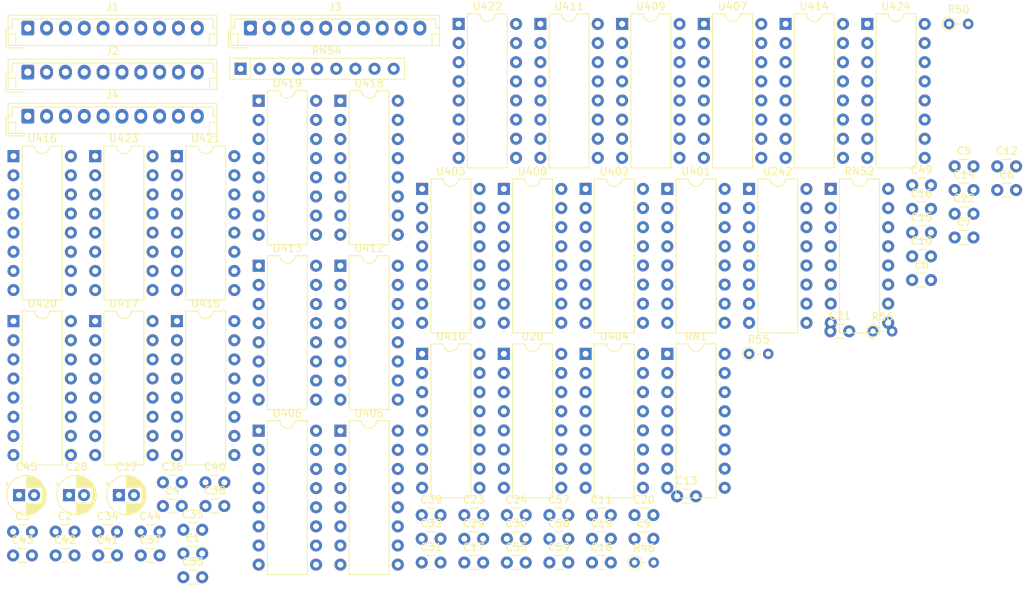
<source format=kicad_pcb>
(kicad_pcb (version 20171130) (host pcbnew "(5.1.6)-1")
  (layers (0 F.Cu signal) (31 B.Cu signal) (34 B.Paste user) (35 F.Paste user) (36 B.SilkS user) (37 F.SilkS user) (38 B.Mask user) (39 F.Mask user) (44 Edge.Cuts user))
  (net 0 "")
  (net 1 GND)
  (net 2 /+12V)
  (net 3 VCC)
  (net 4 -5V)
  (net 5 "Net-(C49-Pad1)")
  (net 6 "Net-(C57-Pad1)")
  (net 7 /FCTR)
  (net 8 /80L)
  (net 9 /~A14M)
  (net 10 /ROW)
  (net 11 /M1,6)
  (net 12 /M1,5)
  (net 13 /M1,4)
  (net 14 /M1,3)
  (net 15 /ZCK)
  (net 16 /M1,1)
  (net 17 /M2,10)
  (net 18 /~GR)
  (net 19 /~BUSAK)
  (net 20 /~RFSH)
  (net 21 /LLVD)
  (net 22 /FP)
  (net 23 /CSYNC)
  (net 24 /FRM)
  (net 25 /1\4)
  (net 26 /~TVS)
  (net 27 /M3,6)
  (net 28 /M3,5)
  (net 29 /M3,4)
  (net 30 /1\2)
  (net 31 /TVAD)
  (net 32 /~TVCLK)
  (net 33 /M4,10)
  (net 34 /M4,9)
  (net 35 /M4,8)
  (net 36 /M4,7)
  (net 37 /M4,6)
  (net 38 /~CPRQG)
  (net 39 /CPRQ)
  (net 40 /M4,3)
  (net 41 /~RD)
  (net 42 /TVSD)
  (net 43 "Net-(R46-Pad2)")
  (net 44 "Net-(R50-Pad2)")
  (net 45 /~CAS)
  (net 46 /~RAS32)
  (net 47 /~RAS32A)
  (net 48 "Net-(R56-Pad1)")
  (net 49 /A1)
  (net 50 /A2)
  (net 51 /A3)
  (net 52 /A4)
  (net 53 /A5)
  (net 54 /A6)
  (net 55 /~RAS16)
  (net 56 "Net-(U20-Pad6)")
  (net 57 /~RFRSHB)
  (net 58 /A0)
  (net 59 /~RAS16A)
  (net 60 "Net-(U401-Pad3)")
  (net 61 "Net-(U417-Pad6)")
  (net 62 "Net-(U417-Pad10)")
  (net 63 "Net-(U417-Pad12)")
  (net 64 "Net-(U417-Pad1)")
  (net 65 "Net-(U418-Pad4)")
  (net 66 "Net-(U418-Pad6)")
  (net 67 "Net-(U418-Pad13)")
  (net 68 /~TVRQP)
  (net 69 "Net-(U419-Pad6)")
  (net 70 /TVS)
  (net 71 /TVSLT)
  (net 72 "Net-(U420-Pad2)")
  (net 73 "Net-(U421-Pad5)")
  (net 74 "Net-(U421-Pad9)")
  (net 75 "Net-(U422-Pad8)")
  (net 76 /~TVSD)
  (net 77 "Net-(U422-Pad9)")
  (net 78 "Net-(U423-Pad3)")
  (net 79 "Net-(U424-Pad3)")
  (net 80 "Net-(RN52-Pad16)")
  (net 81 "Net-(RN52-Pad15)")
  (net 82 "Net-(RN52-Pad14)")
  (net 83 "Net-(RN52-Pad13)")
  (net 84 "Net-(RN52-Pad12)")
  (net 85 "Net-(RN52-Pad11)")
  (net 86 "Net-(RN52-Pad10)")
  (net 87 "Net-(RN52-Pad9)")
  (module Package_DIP:DIP-16_W7.62mm (layer F.Cu) (at 190.270001 62.210001)
    (fp_text reference RN52 (at 3.81 -2.33) (layer F.SilkS))
    (fp_text value 33)
    (pad 16 thru_hole oval (at 7.62 0) (size 1.6 1.6) (drill 0.8) (layers *.Cu *.Mask) (net 80 "Net-(RN52-Pad16)"))
    (pad 8 thru_hole oval (at 0 17.78) (size 1.6 1.6) (drill 0.8) (layers *.Cu *.Mask) (net 37 /M4,6))
    (pad 15 thru_hole oval (at 7.62 2.54) (size 1.6 1.6) (drill 0.8) (layers *.Cu *.Mask) (net 81 "Net-(RN52-Pad15)"))
    (pad 7 thru_hole oval (at 0 15.24) (size 1.6 1.6) (drill 0.8) (layers *.Cu *.Mask) (net 36 /M4,7))
    (pad 14 thru_hole oval (at 7.62 5.08) (size 1.6 1.6) (drill 0.8) (layers *.Cu *.Mask) (net 82 "Net-(RN52-Pad14)"))
    (pad 6 thru_hole oval (at 0 12.7) (size 1.6 1.6) (drill 0.8) (layers *.Cu *.Mask) (net 35 /M4,8))
    (pad 13 thru_hole oval (at 7.62 7.62) (size 1.6 1.6) (drill 0.8) (layers *.Cu *.Mask) (net 83 "Net-(RN52-Pad13)"))
    (pad 5 thru_hole oval (at 0 10.16) (size 1.6 1.6) (drill 0.8) (layers *.Cu *.Mask) (net 16 /M1,1))
    (pad 12 thru_hole oval (at 7.62 10.16) (size 1.6 1.6) (drill 0.8) (layers *.Cu *.Mask) (net 84 "Net-(RN52-Pad12)"))
    (pad 4 thru_hole oval (at 0 7.62) (size 1.6 1.6) (drill 0.8) (layers *.Cu *.Mask) (net 33 /M4,10))
    (pad 11 thru_hole oval (at 7.62 12.7) (size 1.6 1.6) (drill 0.8) (layers *.Cu *.Mask) (net 85 "Net-(RN52-Pad11)"))
    (pad 3 thru_hole oval (at 0 5.08) (size 1.6 1.6) (drill 0.8) (layers *.Cu *.Mask) (net 17 /M2,10))
    (pad 10 thru_hole oval (at 7.62 15.24) (size 1.6 1.6) (drill 0.8) (layers *.Cu *.Mask) (net 86 "Net-(RN52-Pad10)"))
    (pad 2 thru_hole oval (at 0 2.54) (size 1.6 1.6) (drill 0.8) (layers *.Cu *.Mask) (net 34 /M4,9))
    (pad 9 thru_hole oval (at 7.62 17.78) (size 1.6 1.6) (drill 0.8) (layers *.Cu *.Mask) (net 87 "Net-(RN52-Pad9)"))
    (pad 1 thru_hole rect (at 0 0) (size 1.6 1.6) (drill 0.8) (layers *.Cu *.Mask) (net 40 /M4,3))
  )
  (module Package_DIP:DIP-16_W7.62mm (layer F.Cu) (at 168.570001 84.110001)
    (fp_text reference RN1 (at 3.81 -2.33) (layer F.SilkS))
    (fp_text value 33)
    (pad 16 thru_hole oval (at 7.62 0) (size 1.6 1.6) (drill 0.8) (layers *.Cu *.Mask) (net 59 /~RAS16A))
    (pad 8 thru_hole oval (at 0 17.78) (size 1.6 1.6) (drill 0.8) (layers *.Cu *.Mask) (net 27 /M3,6))
    (pad 15 thru_hole oval (at 7.62 2.54) (size 1.6 1.6) (drill 0.8) (layers *.Cu *.Mask) (net 58 /A0))
    (pad 7 thru_hole oval (at 0 15.24) (size 1.6 1.6) (drill 0.8) (layers *.Cu *.Mask) (net 11 /M1,6))
    (pad 14 thru_hole oval (at 7.62 5.08) (size 1.6 1.6) (drill 0.8) (layers *.Cu *.Mask) (net 49 /A1))
    (pad 6 thru_hole oval (at 0 12.7) (size 1.6 1.6) (drill 0.8) (layers *.Cu *.Mask) (net 28 /M3,5))
    (pad 13 thru_hole oval (at 7.62 7.62) (size 1.6 1.6) (drill 0.8) (layers *.Cu *.Mask) (net 50 /A2))
    (pad 5 thru_hole oval (at 0 10.16) (size 1.6 1.6) (drill 0.8) (layers *.Cu *.Mask) (net 12 /M1,5))
    (pad 12 thru_hole oval (at 7.62 10.16) (size 1.6 1.6) (drill 0.8) (layers *.Cu *.Mask) (net 51 /A3))
    (pad 4 thru_hole oval (at 0 7.62) (size 1.6 1.6) (drill 0.8) (layers *.Cu *.Mask) (net 29 /M3,4))
    (pad 11 thru_hole oval (at 7.62 12.7) (size 1.6 1.6) (drill 0.8) (layers *.Cu *.Mask) (net 52 /A4))
    (pad 3 thru_hole oval (at 0 5.08) (size 1.6 1.6) (drill 0.8) (layers *.Cu *.Mask) (net 13 /M1,4))
    (pad 10 thru_hole oval (at 7.62 15.24) (size 1.6 1.6) (drill 0.8) (layers *.Cu *.Mask) (net 53 /A5))
    (pad 2 thru_hole oval (at 0 2.54) (size 1.6 1.6) (drill 0.8) (layers *.Cu *.Mask) (net 14 /M1,3))
    (pad 9 thru_hole oval (at 7.62 17.78) (size 1.6 1.6) (drill 0.8) (layers *.Cu *.Mask) (net 54 /A6))
    (pad 1 thru_hole rect (at 0 0) (size 1.6 1.6) (drill 0.8) (layers *.Cu *.Mask) (net 55 /~RAS16))
  )
  (module Resistor_THT:R_Axial_DIN0204_L3.6mm_D1.6mm_P2.54mm_Vertical (layer F.Cu) (at 179.420001 84.110001)
    (fp_text reference R55 (at 1.27 -1.92) (layer F.SilkS))
    (fp_text value 33)
    (pad 2 thru_hole oval (at 2.54 0) (size 1.4 1.4) (drill 0.7) (layers *.Cu *.Mask) (net 46 /~RAS32))
    (pad 1 thru_hole circle (at 0 0) (size 1.4 1.4) (drill 0.7) (layers *.Cu *.Mask) (net 47 /~RAS32A))
  )
  (module Resistor_THT:R_Axial_DIN0204_L3.6mm_D1.6mm_P2.54mm_Vertical (layer F.Cu) (at 205.970001 40.310001)
    (fp_text reference R50 (at 1.27 -1.92) (layer F.SilkS))
    (fp_text value 33)
    (pad 2 thru_hole oval (at 2.54 0) (size 1.4 1.4) (drill 0.7) (layers *.Cu *.Mask) (net 44 "Net-(R50-Pad2)"))
    (pad 1 thru_hole circle (at 0 0) (size 1.4 1.4) (drill 0.7) (layers *.Cu *.Mask) (net 45 /~CAS))
  )
  (module Package_DIP:DIP-16_W7.62mm (layer F.Cu) (at 195.120001 40.310001)
    (fp_text reference U424 (at 3.81 -2.33) (layer F.SilkS))
    (fp_text value 74LS32)
    (pad 16 thru_hole oval (at 7.62 0) (size 1.6 1.6) (drill 0.8) (layers *.Cu *.Mask))
    (pad 8 thru_hole oval (at 0 17.78) (size 1.6 1.6) (drill 0.8) (layers *.Cu *.Mask))
    (pad 15 thru_hole oval (at 7.62 2.54) (size 1.6 1.6) (drill 0.8) (layers *.Cu *.Mask))
    (pad 7 thru_hole oval (at 0 15.24) (size 1.6 1.6) (drill 0.8) (layers *.Cu *.Mask) (net 1 GND))
    (pad 14 thru_hole oval (at 7.62 5.08) (size 1.6 1.6) (drill 0.8) (layers *.Cu *.Mask) (net 3 VCC))
    (pad 6 thru_hole oval (at 0 12.7) (size 1.6 1.6) (drill 0.8) (layers *.Cu *.Mask) (net 78 "Net-(U423-Pad3)"))
    (pad 13 thru_hole oval (at 7.62 7.62) (size 1.6 1.6) (drill 0.8) (layers *.Cu *.Mask) (net 30 /1\2))
    (pad 5 thru_hole oval (at 0 10.16) (size 1.6 1.6) (drill 0.8) (layers *.Cu *.Mask) (net 79 "Net-(U424-Pad3)"))
    (pad 12 thru_hole oval (at 7.62 10.16) (size 1.6 1.6) (drill 0.8) (layers *.Cu *.Mask) (net 8 /80L))
    (pad 4 thru_hole oval (at 0 7.62) (size 1.6 1.6) (drill 0.8) (layers *.Cu *.Mask) (net 79 "Net-(U424-Pad3)"))
    (pad 11 thru_hole oval (at 7.62 12.7) (size 1.6 1.6) (drill 0.8) (layers *.Cu *.Mask) (net 71 /TVSLT))
    (pad 3 thru_hole oval (at 0 5.08) (size 1.6 1.6) (drill 0.8) (layers *.Cu *.Mask) (net 79 "Net-(U424-Pad3)"))
    (pad 10 thru_hole oval (at 7.62 15.24) (size 1.6 1.6) (drill 0.8) (layers *.Cu *.Mask))
    (pad 2 thru_hole oval (at 0 2.54) (size 1.6 1.6) (drill 0.8) (layers *.Cu *.Mask) (net 41 /~RD))
    (pad 9 thru_hole oval (at 7.62 17.78) (size 1.6 1.6) (drill 0.8) (layers *.Cu *.Mask))
    (pad 1 thru_hole rect (at 0 0) (size 1.6 1.6) (drill 0.8) (layers *.Cu *.Mask) (net 41 /~RD))
  )
  (module Package_DIP:DIP-16_W7.62mm (layer F.Cu) (at 92.620001 57.860001)
    (fp_text reference U423 (at 3.81 -2.33) (layer F.SilkS))
    (fp_text value 74LS10)
    (pad 16 thru_hole oval (at 7.62 0) (size 1.6 1.6) (drill 0.8) (layers *.Cu *.Mask))
    (pad 8 thru_hole oval (at 0 17.78) (size 1.6 1.6) (drill 0.8) (layers *.Cu *.Mask) (net 32 /~TVCLK))
    (pad 15 thru_hole oval (at 7.62 2.54) (size 1.6 1.6) (drill 0.8) (layers *.Cu *.Mask))
    (pad 7 thru_hole oval (at 0 15.24) (size 1.6 1.6) (drill 0.8) (layers *.Cu *.Mask) (net 1 GND))
    (pad 14 thru_hole oval (at 7.62 5.08) (size 1.6 1.6) (drill 0.8) (layers *.Cu *.Mask) (net 3 VCC))
    (pad 6 thru_hole oval (at 0 12.7) (size 1.6 1.6) (drill 0.8) (layers *.Cu *.Mask) (net 60 "Net-(U401-Pad3)"))
    (pad 13 thru_hole oval (at 7.62 7.62) (size 1.6 1.6) (drill 0.8) (layers *.Cu *.Mask))
    (pad 5 thru_hole oval (at 0 10.16) (size 1.6 1.6) (drill 0.8) (layers *.Cu *.Mask) (net 19 /~BUSAK))
    (pad 12 thru_hole oval (at 7.62 10.16) (size 1.6 1.6) (drill 0.8) (layers *.Cu *.Mask))
    (pad 4 thru_hole oval (at 0 7.62) (size 1.6 1.6) (drill 0.8) (layers *.Cu *.Mask) (net 19 /~BUSAK))
    (pad 11 thru_hole oval (at 7.62 12.7) (size 1.6 1.6) (drill 0.8) (layers *.Cu *.Mask) (net 25 /1\4))
    (pad 3 thru_hole oval (at 0 5.08) (size 1.6 1.6) (drill 0.8) (layers *.Cu *.Mask) (net 78 "Net-(U423-Pad3)"))
    (pad 10 thru_hole oval (at 7.62 15.24) (size 1.6 1.6) (drill 0.8) (layers *.Cu *.Mask) (net 71 /TVSLT))
    (pad 2 thru_hole oval (at 0 2.54) (size 1.6 1.6) (drill 0.8) (layers *.Cu *.Mask))
    (pad 9 thru_hole oval (at 7.62 17.78) (size 1.6 1.6) (drill 0.8) (layers *.Cu *.Mask) (net 77 "Net-(U422-Pad9)"))
    (pad 1 thru_hole rect (at 0 0) (size 1.6 1.6) (drill 0.8) (layers *.Cu *.Mask))
  )
  (module Package_DIP:DIP-16_W7.62mm (layer F.Cu) (at 140.870001 40.310001)
    (fp_text reference U422 (at 3.81 -2.33) (layer F.SilkS))
    (fp_text value SN74LS74)
    (pad 16 thru_hole oval (at 7.62 0) (size 1.6 1.6) (drill 0.8) (layers *.Cu *.Mask))
    (pad 8 thru_hole oval (at 0 17.78) (size 1.6 1.6) (drill 0.8) (layers *.Cu *.Mask) (net 75 "Net-(U422-Pad8)"))
    (pad 15 thru_hole oval (at 7.62 2.54) (size 1.6 1.6) (drill 0.8) (layers *.Cu *.Mask))
    (pad 7 thru_hole oval (at 0 15.24) (size 1.6 1.6) (drill 0.8) (layers *.Cu *.Mask) (net 1 GND))
    (pad 14 thru_hole oval (at 7.62 5.08) (size 1.6 1.6) (drill 0.8) (layers *.Cu *.Mask) (net 3 VCC))
    (pad 6 thru_hole oval (at 0 12.7) (size 1.6 1.6) (drill 0.8) (layers *.Cu *.Mask) (net 42 /TVSD))
    (pad 13 thru_hole oval (at 7.62 7.62) (size 1.6 1.6) (drill 0.8) (layers *.Cu *.Mask) (net 69 "Net-(U419-Pad6)"))
    (pad 5 thru_hole oval (at 0 10.16) (size 1.6 1.6) (drill 0.8) (layers *.Cu *.Mask) (net 76 /~TVSD))
    (pad 12 thru_hole oval (at 7.62 10.16) (size 1.6 1.6) (drill 0.8) (layers *.Cu *.Mask) (net 1 GND))
    (pad 4 thru_hole oval (at 0 7.62) (size 1.6 1.6) (drill 0.8) (layers *.Cu *.Mask) (net 22 /FP))
    (pad 11 thru_hole oval (at 7.62 12.7) (size 1.6 1.6) (drill 0.8) (layers *.Cu *.Mask) (net 3 VCC))
    (pad 3 thru_hole oval (at 0 5.08) (size 1.6 1.6) (drill 0.8) (layers *.Cu *.Mask) (net 30 /1\2))
    (pad 10 thru_hole oval (at 7.62 15.24) (size 1.6 1.6) (drill 0.8) (layers *.Cu *.Mask) (net 26 /~TVS))
    (pad 2 thru_hole oval (at 0 2.54) (size 1.6 1.6) (drill 0.8) (layers *.Cu *.Mask) (net 26 /~TVS))
    (pad 9 thru_hole oval (at 7.62 17.78) (size 1.6 1.6) (drill 0.8) (layers *.Cu *.Mask) (net 77 "Net-(U422-Pad9)"))
    (pad 1 thru_hole rect (at 0 0) (size 1.6 1.6) (drill 0.8) (layers *.Cu *.Mask) (net 3 VCC))
  )
  (module Package_DIP:DIP-16_W7.62mm (layer F.Cu) (at 103.470001 57.860001)
    (fp_text reference U421 (at 3.81 -2.33) (layer F.SilkS))
    (fp_text value 74LS112)
    (pad 16 thru_hole oval (at 7.62 0) (size 1.6 1.6) (drill 0.8) (layers *.Cu *.Mask) (net 3 VCC))
    (pad 8 thru_hole oval (at 0 17.78) (size 1.6 1.6) (drill 0.8) (layers *.Cu *.Mask) (net 1 GND))
    (pad 15 thru_hole oval (at 7.62 2.54) (size 1.6 1.6) (drill 0.8) (layers *.Cu *.Mask) (net 3 VCC))
    (pad 7 thru_hole oval (at 0 15.24) (size 1.6 1.6) (drill 0.8) (layers *.Cu *.Mask) (net 44 "Net-(R50-Pad2)"))
    (pad 14 thru_hole oval (at 7.62 5.08) (size 1.6 1.6) (drill 0.8) (layers *.Cu *.Mask) (net 66 "Net-(U418-Pad6)"))
    (pad 6 thru_hole oval (at 0 12.7) (size 1.6 1.6) (drill 0.8) (layers *.Cu *.Mask) (net 67 "Net-(U418-Pad13)"))
    (pad 13 thru_hole oval (at 7.62 7.62) (size 1.6 1.6) (drill 0.8) (layers *.Cu *.Mask) (net 39 /CPRQ))
    (pad 5 thru_hole oval (at 0 10.16) (size 1.6 1.6) (drill 0.8) (layers *.Cu *.Mask) (net 73 "Net-(U421-Pad5)"))
    (pad 12 thru_hole oval (at 7.62 10.16) (size 1.6 1.6) (drill 0.8) (layers *.Cu *.Mask) (net 3 VCC))
    (pad 4 thru_hole oval (at 0 7.62) (size 1.6 1.6) (drill 0.8) (layers *.Cu *.Mask) (net 3 VCC))
    (pad 11 thru_hole oval (at 7.62 12.7) (size 1.6 1.6) (drill 0.8) (layers *.Cu *.Mask) (net 1 GND))
    (pad 3 thru_hole oval (at 0 5.08) (size 1.6 1.6) (drill 0.8) (layers *.Cu *.Mask) (net 39 /CPRQ))
    (pad 10 thru_hole oval (at 7.62 15.24) (size 1.6 1.6) (drill 0.8) (layers *.Cu *.Mask) (net 72 "Net-(U420-Pad2)"))
    (pad 2 thru_hole oval (at 0 2.54) (size 1.6 1.6) (drill 0.8) (layers *.Cu *.Mask) (net 3 VCC))
    (pad 9 thru_hole oval (at 7.62 17.78) (size 1.6 1.6) (drill 0.8) (layers *.Cu *.Mask) (net 74 "Net-(U421-Pad9)"))
    (pad 1 thru_hole rect (at 0 0) (size 1.6 1.6) (drill 0.8) (layers *.Cu *.Mask) (net 15 /ZCK))
  )
  (module Package_DIP:DIP-16_W7.62mm (layer F.Cu) (at 81.770001 79.760001)
    (fp_text reference U420 (at 3.81 -2.33) (layer F.SilkS))
    (fp_text value SN74LS04N)
    (pad 16 thru_hole oval (at 7.62 0) (size 1.6 1.6) (drill 0.8) (layers *.Cu *.Mask))
    (pad 8 thru_hole oval (at 0 17.78) (size 1.6 1.6) (drill 0.8) (layers *.Cu *.Mask))
    (pad 15 thru_hole oval (at 7.62 2.54) (size 1.6 1.6) (drill 0.8) (layers *.Cu *.Mask))
    (pad 7 thru_hole oval (at 0 15.24) (size 1.6 1.6) (drill 0.8) (layers *.Cu *.Mask) (net 1 GND))
    (pad 14 thru_hole oval (at 7.62 5.08) (size 1.6 1.6) (drill 0.8) (layers *.Cu *.Mask) (net 3 VCC))
    (pad 6 thru_hole oval (at 0 12.7) (size 1.6 1.6) (drill 0.8) (layers *.Cu *.Mask) (net 38 /~CPRQG))
    (pad 13 thru_hole oval (at 7.62 7.62) (size 1.6 1.6) (drill 0.8) (layers *.Cu *.Mask) (net 9 /~A14M))
    (pad 5 thru_hole oval (at 0 10.16) (size 1.6 1.6) (drill 0.8) (layers *.Cu *.Mask) (net 39 /CPRQ))
    (pad 12 thru_hole oval (at 7.62 10.16) (size 1.6 1.6) (drill 0.8) (layers *.Cu *.Mask) (net 64 "Net-(U417-Pad1)"))
    (pad 4 thru_hole oval (at 0 7.62) (size 1.6 1.6) (drill 0.8) (layers *.Cu *.Mask) (net 70 /TVS))
    (pad 11 thru_hole oval (at 7.62 12.7) (size 1.6 1.6) (drill 0.8) (layers *.Cu *.Mask) (net 56 "Net-(U20-Pad6)"))
    (pad 3 thru_hole oval (at 0 5.08) (size 1.6 1.6) (drill 0.8) (layers *.Cu *.Mask) (net 26 /~TVS))
    (pad 10 thru_hole oval (at 7.62 15.24) (size 1.6 1.6) (drill 0.8) (layers *.Cu *.Mask) (net 48 "Net-(R56-Pad1)"))
    (pad 2 thru_hole oval (at 0 2.54) (size 1.6 1.6) (drill 0.8) (layers *.Cu *.Mask) (net 72 "Net-(U420-Pad2)"))
    (pad 9 thru_hole oval (at 7.62 17.78) (size 1.6 1.6) (drill 0.8) (layers *.Cu *.Mask))
    (pad 1 thru_hole rect (at 0 0) (size 1.6 1.6) (drill 0.8) (layers *.Cu *.Mask) (net 6 "Net-(C57-Pad1)"))
  )
  (module Package_DIP:DIP-16_W7.62mm (layer F.Cu) (at 114.320001 50.510001)
    (fp_text reference U419 (at 3.81 -2.33) (layer F.SilkS))
    (fp_text value 74LS08)
    (pad 16 thru_hole oval (at 7.62 0) (size 1.6 1.6) (drill 0.8) (layers *.Cu *.Mask))
    (pad 8 thru_hole oval (at 0 17.78) (size 1.6 1.6) (drill 0.8) (layers *.Cu *.Mask) (net 10 /ROW))
    (pad 15 thru_hole oval (at 7.62 2.54) (size 1.6 1.6) (drill 0.8) (layers *.Cu *.Mask))
    (pad 7 thru_hole oval (at 0 15.24) (size 1.6 1.6) (drill 0.8) (layers *.Cu *.Mask) (net 1 GND))
    (pad 14 thru_hole oval (at 7.62 5.08) (size 1.6 1.6) (drill 0.8) (layers *.Cu *.Mask) (net 3 VCC))
    (pad 6 thru_hole oval (at 0 12.7) (size 1.6 1.6) (drill 0.8) (layers *.Cu *.Mask) (net 69 "Net-(U419-Pad6)"))
    (pad 13 thru_hole oval (at 7.62 7.62) (size 1.6 1.6) (drill 0.8) (layers *.Cu *.Mask) (net 62 "Net-(U417-Pad10)"))
    (pad 5 thru_hole oval (at 0 10.16) (size 1.6 1.6) (drill 0.8) (layers *.Cu *.Mask) (net 24 /FRM))
    (pad 12 thru_hole oval (at 7.62 10.16) (size 1.6 1.6) (drill 0.8) (layers *.Cu *.Mask) (net 62 "Net-(U417-Pad10)"))
    (pad 4 thru_hole oval (at 0 7.62) (size 1.6 1.6) (drill 0.8) (layers *.Cu *.Mask) (net 18 /~GR))
    (pad 11 thru_hole oval (at 7.62 12.7) (size 1.6 1.6) (drill 0.8) (layers *.Cu *.Mask) (net 43 "Net-(R46-Pad2)"))
    (pad 3 thru_hole oval (at 0 5.08) (size 1.6 1.6) (drill 0.8) (layers *.Cu *.Mask) (net 31 /TVAD))
    (pad 10 thru_hole oval (at 7.62 15.24) (size 1.6 1.6) (drill 0.8) (layers *.Cu *.Mask) (net 57 /~RFRSHB))
    (pad 2 thru_hole oval (at 0 2.54) (size 1.6 1.6) (drill 0.8) (layers *.Cu *.Mask) (net 70 /TVS))
    (pad 9 thru_hole oval (at 7.62 17.78) (size 1.6 1.6) (drill 0.8) (layers *.Cu *.Mask) (net 56 "Net-(U20-Pad6)"))
    (pad 1 thru_hole rect (at 0 0) (size 1.6 1.6) (drill 0.8) (layers *.Cu *.Mask) (net 71 /TVSLT))
  )
  (module Package_DIP:DIP-16_W7.62mm (layer F.Cu) (at 125.170001 50.510001)
    (fp_text reference U418 (at 3.81 -2.33) (layer F.SilkS))
    (fp_text value 74LS00)
    (pad 16 thru_hole oval (at 7.62 0) (size 1.6 1.6) (drill 0.8) (layers *.Cu *.Mask))
    (pad 8 thru_hole oval (at 0 17.78) (size 1.6 1.6) (drill 0.8) (layers *.Cu *.Mask) (net 65 "Net-(U418-Pad4)"))
    (pad 15 thru_hole oval (at 7.62 2.54) (size 1.6 1.6) (drill 0.8) (layers *.Cu *.Mask))
    (pad 7 thru_hole oval (at 0 15.24) (size 1.6 1.6) (drill 0.8) (layers *.Cu *.Mask) (net 1 GND))
    (pad 14 thru_hole oval (at 7.62 5.08) (size 1.6 1.6) (drill 0.8) (layers *.Cu *.Mask) (net 3 VCC))
    (pad 6 thru_hole oval (at 0 12.7) (size 1.6 1.6) (drill 0.8) (layers *.Cu *.Mask) (net 66 "Net-(U418-Pad6)"))
    (pad 13 thru_hole oval (at 7.62 7.62) (size 1.6 1.6) (drill 0.8) (layers *.Cu *.Mask) (net 67 "Net-(U418-Pad13)"))
    (pad 5 thru_hole oval (at 0 10.16) (size 1.6 1.6) (drill 0.8) (layers *.Cu *.Mask) (net 68 /~TVRQP))
    (pad 12 thru_hole oval (at 7.62 10.16) (size 1.6 1.6) (drill 0.8) (layers *.Cu *.Mask) (net 68 /~TVRQP))
    (pad 4 thru_hole oval (at 0 7.62) (size 1.6 1.6) (drill 0.8) (layers *.Cu *.Mask) (net 65 "Net-(U418-Pad4)"))
    (pad 11 thru_hole oval (at 7.62 12.7) (size 1.6 1.6) (drill 0.8) (layers *.Cu *.Mask) (net 62 "Net-(U417-Pad10)"))
    (pad 3 thru_hole oval (at 0 5.08) (size 1.6 1.6) (drill 0.8) (layers *.Cu *.Mask) (net 68 /~TVRQP))
    (pad 10 thru_hole oval (at 7.62 15.24) (size 1.6 1.6) (drill 0.8) (layers *.Cu *.Mask) (net 57 /~RFRSHB))
    (pad 2 thru_hole oval (at 0 2.54) (size 1.6 1.6) (drill 0.8) (layers *.Cu *.Mask) (net 25 /1\4))
    (pad 9 thru_hole oval (at 7.62 17.78) (size 1.6 1.6) (drill 0.8) (layers *.Cu *.Mask) (net 39 /CPRQ))
    (pad 1 thru_hole rect (at 0 0) (size 1.6 1.6) (drill 0.8) (layers *.Cu *.Mask) (net 31 /TVAD))
  )
  (module Package_DIP:DIP-16_W7.62mm (layer F.Cu) (at 92.620001 79.760001)
    (fp_text reference U417 (at 3.81 -2.33) (layer F.SilkS))
    (fp_text value 74LS00)
    (pad 16 thru_hole oval (at 7.62 0) (size 1.6 1.6) (drill 0.8) (layers *.Cu *.Mask))
    (pad 8 thru_hole oval (at 0 17.78) (size 1.6 1.6) (drill 0.8) (layers *.Cu *.Mask) (net 46 /~RAS32))
    (pad 15 thru_hole oval (at 7.62 2.54) (size 1.6 1.6) (drill 0.8) (layers *.Cu *.Mask))
    (pad 7 thru_hole oval (at 0 15.24) (size 1.6 1.6) (drill 0.8) (layers *.Cu *.Mask) (net 1 GND))
    (pad 14 thru_hole oval (at 7.62 5.08) (size 1.6 1.6) (drill 0.8) (layers *.Cu *.Mask) (net 3 VCC))
    (pad 6 thru_hole oval (at 0 12.7) (size 1.6 1.6) (drill 0.8) (layers *.Cu *.Mask) (net 61 "Net-(U417-Pad6)"))
    (pad 13 thru_hole oval (at 7.62 7.62) (size 1.6 1.6) (drill 0.8) (layers *.Cu *.Mask) (net 62 "Net-(U417-Pad10)"))
    (pad 5 thru_hole oval (at 0 10.16) (size 1.6 1.6) (drill 0.8) (layers *.Cu *.Mask) (net 57 /~RFRSHB))
    (pad 12 thru_hole oval (at 7.62 10.16) (size 1.6 1.6) (drill 0.8) (layers *.Cu *.Mask) (net 63 "Net-(U417-Pad12)"))
    (pad 4 thru_hole oval (at 0 7.62) (size 1.6 1.6) (drill 0.8) (layers *.Cu *.Mask) (net 9 /~A14M))
    (pad 11 thru_hole oval (at 7.62 12.7) (size 1.6 1.6) (drill 0.8) (layers *.Cu *.Mask) (net 55 /~RAS16))
    (pad 3 thru_hole oval (at 0 5.08) (size 1.6 1.6) (drill 0.8) (layers *.Cu *.Mask) (net 63 "Net-(U417-Pad12)"))
    (pad 10 thru_hole oval (at 7.62 15.24) (size 1.6 1.6) (drill 0.8) (layers *.Cu *.Mask) (net 62 "Net-(U417-Pad10)"))
    (pad 2 thru_hole oval (at 0 2.54) (size 1.6 1.6) (drill 0.8) (layers *.Cu *.Mask) (net 57 /~RFRSHB))
    (pad 9 thru_hole oval (at 7.62 17.78) (size 1.6 1.6) (drill 0.8) (layers *.Cu *.Mask) (net 61 "Net-(U417-Pad6)"))
    (pad 1 thru_hole rect (at 0 0) (size 1.6 1.6) (drill 0.8) (layers *.Cu *.Mask) (net 64 "Net-(U417-Pad1)"))
  )
  (module Package_DIP:DIP-16_W7.62mm (layer F.Cu) (at 81.770001 57.860001)
    (fp_text reference U416 (at 3.81 -2.33) (layer F.SilkS))
    (fp_text value MM5290N)
    (pad 16 thru_hole oval (at 7.62 0) (size 1.6 1.6) (drill 0.8) (layers *.Cu *.Mask) (net 1 GND))
    (pad 8 thru_hole oval (at 0 17.78) (size 1.6 1.6) (drill 0.8) (layers *.Cu *.Mask) (net 2 /+12V))
    (pad 15 thru_hole oval (at 7.62 2.54) (size 1.6 1.6) (drill 0.8) (layers *.Cu *.Mask) (net 45 /~CAS))
    (pad 7 thru_hole oval (at 0 15.24) (size 1.6 1.6) (drill 0.8) (layers *.Cu *.Mask) (net 49 /A1))
    (pad 14 thru_hole oval (at 7.62 5.08) (size 1.6 1.6) (drill 0.8) (layers *.Cu *.Mask) (net 87 "Net-(RN52-Pad9)"))
    (pad 6 thru_hole oval (at 0 12.7) (size 1.6 1.6) (drill 0.8) (layers *.Cu *.Mask) (net 50 /A2))
    (pad 13 thru_hole oval (at 7.62 7.62) (size 1.6 1.6) (drill 0.8) (layers *.Cu *.Mask) (net 54 /A6))
    (pad 5 thru_hole oval (at 0 10.16) (size 1.6 1.6) (drill 0.8) (layers *.Cu *.Mask) (net 58 /A0))
    (pad 12 thru_hole oval (at 7.62 10.16) (size 1.6 1.6) (drill 0.8) (layers *.Cu *.Mask) (net 51 /A3))
    (pad 4 thru_hole oval (at 0 7.62) (size 1.6 1.6) (drill 0.8) (layers *.Cu *.Mask) (net 47 /~RAS32A))
    (pad 11 thru_hole oval (at 7.62 12.7) (size 1.6 1.6) (drill 0.8) (layers *.Cu *.Mask) (net 52 /A4))
    (pad 3 thru_hole oval (at 0 5.08) (size 1.6 1.6) (drill 0.8) (layers *.Cu *.Mask) (net 60 "Net-(U401-Pad3)"))
    (pad 10 thru_hole oval (at 7.62 15.24) (size 1.6 1.6) (drill 0.8) (layers *.Cu *.Mask) (net 53 /A5))
    (pad 2 thru_hole oval (at 0 2.54) (size 1.6 1.6) (drill 0.8) (layers *.Cu *.Mask) (net 87 "Net-(RN52-Pad9)"))
    (pad 9 thru_hole oval (at 7.62 17.78) (size 1.6 1.6) (drill 0.8) (layers *.Cu *.Mask) (net 3 VCC))
    (pad 1 thru_hole rect (at 0 0) (size 1.6 1.6) (drill 0.8) (layers *.Cu *.Mask) (net 4 -5V))
  )
  (module Package_DIP:DIP-16_W7.62mm (layer F.Cu) (at 103.470001 79.760001)
    (fp_text reference U415 (at 3.81 -2.33) (layer F.SilkS))
    (fp_text value MM5290N)
    (pad 16 thru_hole oval (at 7.62 0) (size 1.6 1.6) (drill 0.8) (layers *.Cu *.Mask) (net 1 GND))
    (pad 8 thru_hole oval (at 0 17.78) (size 1.6 1.6) (drill 0.8) (layers *.Cu *.Mask) (net 2 /+12V))
    (pad 15 thru_hole oval (at 7.62 2.54) (size 1.6 1.6) (drill 0.8) (layers *.Cu *.Mask) (net 45 /~CAS))
    (pad 7 thru_hole oval (at 0 15.24) (size 1.6 1.6) (drill 0.8) (layers *.Cu *.Mask) (net 49 /A1))
    (pad 14 thru_hole oval (at 7.62 5.08) (size 1.6 1.6) (drill 0.8) (layers *.Cu *.Mask) (net 86 "Net-(RN52-Pad10)"))
    (pad 6 thru_hole oval (at 0 12.7) (size 1.6 1.6) (drill 0.8) (layers *.Cu *.Mask) (net 50 /A2))
    (pad 13 thru_hole oval (at 7.62 7.62) (size 1.6 1.6) (drill 0.8) (layers *.Cu *.Mask) (net 54 /A6))
    (pad 5 thru_hole oval (at 0 10.16) (size 1.6 1.6) (drill 0.8) (layers *.Cu *.Mask) (net 58 /A0))
    (pad 12 thru_hole oval (at 7.62 10.16) (size 1.6 1.6) (drill 0.8) (layers *.Cu *.Mask) (net 51 /A3))
    (pad 4 thru_hole oval (at 0 7.62) (size 1.6 1.6) (drill 0.8) (layers *.Cu *.Mask) (net 47 /~RAS32A))
    (pad 11 thru_hole oval (at 7.62 12.7) (size 1.6 1.6) (drill 0.8) (layers *.Cu *.Mask) (net 52 /A4))
    (pad 3 thru_hole oval (at 0 5.08) (size 1.6 1.6) (drill 0.8) (layers *.Cu *.Mask) (net 60 "Net-(U401-Pad3)"))
    (pad 10 thru_hole oval (at 7.62 15.24) (size 1.6 1.6) (drill 0.8) (layers *.Cu *.Mask) (net 53 /A5))
    (pad 2 thru_hole oval (at 0 2.54) (size 1.6 1.6) (drill 0.8) (layers *.Cu *.Mask) (net 86 "Net-(RN52-Pad10)"))
    (pad 9 thru_hole oval (at 7.62 17.78) (size 1.6 1.6) (drill 0.8) (layers *.Cu *.Mask) (net 3 VCC))
    (pad 1 thru_hole rect (at 0 0) (size 1.6 1.6) (drill 0.8) (layers *.Cu *.Mask) (net 4 -5V))
  )
  (module Package_DIP:DIP-16_W7.62mm (layer F.Cu) (at 184.270001 40.310001)
    (fp_text reference U414 (at 3.81 -2.33) (layer F.SilkS))
    (fp_text value MM5290N)
    (pad 16 thru_hole oval (at 7.62 0) (size 1.6 1.6) (drill 0.8) (layers *.Cu *.Mask) (net 1 GND))
    (pad 8 thru_hole oval (at 0 17.78) (size 1.6 1.6) (drill 0.8) (layers *.Cu *.Mask) (net 2 /+12V))
    (pad 15 thru_hole oval (at 7.62 2.54) (size 1.6 1.6) (drill 0.8) (layers *.Cu *.Mask) (net 45 /~CAS))
    (pad 7 thru_hole oval (at 0 15.24) (size 1.6 1.6) (drill 0.8) (layers *.Cu *.Mask) (net 49 /A1))
    (pad 14 thru_hole oval (at 7.62 5.08) (size 1.6 1.6) (drill 0.8) (layers *.Cu *.Mask) (net 85 "Net-(RN52-Pad11)"))
    (pad 6 thru_hole oval (at 0 12.7) (size 1.6 1.6) (drill 0.8) (layers *.Cu *.Mask) (net 50 /A2))
    (pad 13 thru_hole oval (at 7.62 7.62) (size 1.6 1.6) (drill 0.8) (layers *.Cu *.Mask) (net 54 /A6))
    (pad 5 thru_hole oval (at 0 10.16) (size 1.6 1.6) (drill 0.8) (layers *.Cu *.Mask) (net 58 /A0))
    (pad 12 thru_hole oval (at 7.62 10.16) (size 1.6 1.6) (drill 0.8) (layers *.Cu *.Mask) (net 51 /A3))
    (pad 4 thru_hole oval (at 0 7.62) (size 1.6 1.6) (drill 0.8) (layers *.Cu *.Mask) (net 47 /~RAS32A))
    (pad 11 thru_hole oval (at 7.62 12.7) (size 1.6 1.6) (drill 0.8) (layers *.Cu *.Mask) (net 52 /A4))
    (pad 3 thru_hole oval (at 0 5.08) (size 1.6 1.6) (drill 0.8) (layers *.Cu *.Mask) (net 60 "Net-(U401-Pad3)"))
    (pad 10 thru_hole oval (at 7.62 15.24) (size 1.6 1.6) (drill 0.8) (layers *.Cu *.Mask) (net 53 /A5))
    (pad 2 thru_hole oval (at 0 2.54) (size 1.6 1.6) (drill 0.8) (layers *.Cu *.Mask) (net 85 "Net-(RN52-Pad11)"))
    (pad 9 thru_hole oval (at 7.62 17.78) (size 1.6 1.6) (drill 0.8) (layers *.Cu *.Mask) (net 3 VCC))
    (pad 1 thru_hole rect (at 0 0) (size 1.6 1.6) (drill 0.8) (layers *.Cu *.Mask) (net 4 -5V))
  )
  (module Package_DIP:DIP-16_W7.62mm (layer F.Cu) (at 114.320001 72.410001)
    (fp_text reference U413 (at 3.81 -2.33) (layer F.SilkS))
    (fp_text value MM5290N)
    (pad 16 thru_hole oval (at 7.62 0) (size 1.6 1.6) (drill 0.8) (layers *.Cu *.Mask) (net 1 GND))
    (pad 8 thru_hole oval (at 0 17.78) (size 1.6 1.6) (drill 0.8) (layers *.Cu *.Mask) (net 2 /+12V))
    (pad 15 thru_hole oval (at 7.62 2.54) (size 1.6 1.6) (drill 0.8) (layers *.Cu *.Mask) (net 45 /~CAS))
    (pad 7 thru_hole oval (at 0 15.24) (size 1.6 1.6) (drill 0.8) (layers *.Cu *.Mask) (net 49 /A1))
    (pad 14 thru_hole oval (at 7.62 5.08) (size 1.6 1.6) (drill 0.8) (layers *.Cu *.Mask) (net 84 "Net-(RN52-Pad12)"))
    (pad 6 thru_hole oval (at 0 12.7) (size 1.6 1.6) (drill 0.8) (layers *.Cu *.Mask) (net 50 /A2))
    (pad 13 thru_hole oval (at 7.62 7.62) (size 1.6 1.6) (drill 0.8) (layers *.Cu *.Mask) (net 54 /A6))
    (pad 5 thru_hole oval (at 0 10.16) (size 1.6 1.6) (drill 0.8) (layers *.Cu *.Mask) (net 58 /A0))
    (pad 12 thru_hole oval (at 7.62 10.16) (size 1.6 1.6) (drill 0.8) (layers *.Cu *.Mask) (net 51 /A3))
    (pad 4 thru_hole oval (at 0 7.62) (size 1.6 1.6) (drill 0.8) (layers *.Cu *.Mask) (net 47 /~RAS32A))
    (pad 11 thru_hole oval (at 7.62 12.7) (size 1.6 1.6) (drill 0.8) (layers *.Cu *.Mask) (net 52 /A4))
    (pad 3 thru_hole oval (at 0 5.08) (size 1.6 1.6) (drill 0.8) (layers *.Cu *.Mask) (net 60 "Net-(U401-Pad3)"))
    (pad 10 thru_hole oval (at 7.62 15.24) (size 1.6 1.6) (drill 0.8) (layers *.Cu *.Mask) (net 53 /A5))
    (pad 2 thru_hole oval (at 0 2.54) (size 1.6 1.6) (drill 0.8) (layers *.Cu *.Mask) (net 84 "Net-(RN52-Pad12)"))
    (pad 9 thru_hole oval (at 7.62 17.78) (size 1.6 1.6) (drill 0.8) (layers *.Cu *.Mask) (net 3 VCC))
    (pad 1 thru_hole rect (at 0 0) (size 1.6 1.6) (drill 0.8) (layers *.Cu *.Mask) (net 4 -5V))
  )
  (module Package_DIP:DIP-16_W7.62mm (layer F.Cu) (at 125.170001 72.410001)
    (fp_text reference U412 (at 3.81 -2.33) (layer F.SilkS))
    (fp_text value MM5290N)
    (pad 16 thru_hole oval (at 7.62 0) (size 1.6 1.6) (drill 0.8) (layers *.Cu *.Mask) (net 1 GND))
    (pad 8 thru_hole oval (at 0 17.78) (size 1.6 1.6) (drill 0.8) (layers *.Cu *.Mask) (net 2 /+12V))
    (pad 15 thru_hole oval (at 7.62 2.54) (size 1.6 1.6) (drill 0.8) (layers *.Cu *.Mask) (net 45 /~CAS))
    (pad 7 thru_hole oval (at 0 15.24) (size 1.6 1.6) (drill 0.8) (layers *.Cu *.Mask) (net 49 /A1))
    (pad 14 thru_hole oval (at 7.62 5.08) (size 1.6 1.6) (drill 0.8) (layers *.Cu *.Mask) (net 83 "Net-(RN52-Pad13)"))
    (pad 6 thru_hole oval (at 0 12.7) (size 1.6 1.6) (drill 0.8) (layers *.Cu *.Mask) (net 50 /A2))
    (pad 13 thru_hole oval (at 7.62 7.62) (size 1.6 1.6) (drill 0.8) (layers *.Cu *.Mask) (net 54 /A6))
    (pad 5 thru_hole oval (at 0 10.16) (size 1.6 1.6) (drill 0.8) (layers *.Cu *.Mask) (net 58 /A0))
    (pad 12 thru_hole oval (at 7.62 10.16) (size 1.6 1.6) (drill 0.8) (layers *.Cu *.Mask) (net 51 /A3))
    (pad 4 thru_hole oval (at 0 7.62) (size 1.6 1.6) (drill 0.8) (layers *.Cu *.Mask) (net 47 /~RAS32A))
    (pad 11 thru_hole oval (at 7.62 12.7) (size 1.6 1.6) (drill 0.8) (layers *.Cu *.Mask) (net 52 /A4))
    (pad 3 thru_hole oval (at 0 5.08) (size 1.6 1.6) (drill 0.8) (layers *.Cu *.Mask) (net 60 "Net-(U401-Pad3)"))
    (pad 10 thru_hole oval (at 7.62 15.24) (size 1.6 1.6) (drill 0.8) (layers *.Cu *.Mask) (net 53 /A5))
    (pad 2 thru_hole oval (at 0 2.54) (size 1.6 1.6) (drill 0.8) (layers *.Cu *.Mask) (net 83 "Net-(RN52-Pad13)"))
    (pad 9 thru_hole oval (at 7.62 17.78) (size 1.6 1.6) (drill 0.8) (layers *.Cu *.Mask) (net 3 VCC))
    (pad 1 thru_hole rect (at 0 0) (size 1.6 1.6) (drill 0.8) (layers *.Cu *.Mask) (net 4 -5V))
  )
  (module Package_DIP:DIP-16_W7.62mm (layer F.Cu) (at 151.720001 40.310001)
    (fp_text reference U411 (at 3.81 -2.33) (layer F.SilkS))
    (fp_text value MM5290N)
    (pad 16 thru_hole oval (at 7.62 0) (size 1.6 1.6) (drill 0.8) (layers *.Cu *.Mask) (net 1 GND))
    (pad 8 thru_hole oval (at 0 17.78) (size 1.6 1.6) (drill 0.8) (layers *.Cu *.Mask) (net 2 /+12V))
    (pad 15 thru_hole oval (at 7.62 2.54) (size 1.6 1.6) (drill 0.8) (layers *.Cu *.Mask) (net 45 /~CAS))
    (pad 7 thru_hole oval (at 0 15.24) (size 1.6 1.6) (drill 0.8) (layers *.Cu *.Mask) (net 49 /A1))
    (pad 14 thru_hole oval (at 7.62 5.08) (size 1.6 1.6) (drill 0.8) (layers *.Cu *.Mask) (net 82 "Net-(RN52-Pad14)"))
    (pad 6 thru_hole oval (at 0 12.7) (size 1.6 1.6) (drill 0.8) (layers *.Cu *.Mask) (net 50 /A2))
    (pad 13 thru_hole oval (at 7.62 7.62) (size 1.6 1.6) (drill 0.8) (layers *.Cu *.Mask) (net 54 /A6))
    (pad 5 thru_hole oval (at 0 10.16) (size 1.6 1.6) (drill 0.8) (layers *.Cu *.Mask) (net 58 /A0))
    (pad 12 thru_hole oval (at 7.62 10.16) (size 1.6 1.6) (drill 0.8) (layers *.Cu *.Mask) (net 51 /A3))
    (pad 4 thru_hole oval (at 0 7.62) (size 1.6 1.6) (drill 0.8) (layers *.Cu *.Mask) (net 47 /~RAS32A))
    (pad 11 thru_hole oval (at 7.62 12.7) (size 1.6 1.6) (drill 0.8) (layers *.Cu *.Mask) (net 52 /A4))
    (pad 3 thru_hole oval (at 0 5.08) (size 1.6 1.6) (drill 0.8) (layers *.Cu *.Mask) (net 60 "Net-(U401-Pad3)"))
    (pad 10 thru_hole oval (at 7.62 15.24) (size 1.6 1.6) (drill 0.8) (layers *.Cu *.Mask) (net 53 /A5))
    (pad 2 thru_hole oval (at 0 2.54) (size 1.6 1.6) (drill 0.8) (layers *.Cu *.Mask) (net 82 "Net-(RN52-Pad14)"))
    (pad 9 thru_hole oval (at 7.62 17.78) (size 1.6 1.6) (drill 0.8) (layers *.Cu *.Mask) (net 3 VCC))
    (pad 1 thru_hole rect (at 0 0) (size 1.6 1.6) (drill 0.8) (layers *.Cu *.Mask) (net 4 -5V))
  )
  (module Package_DIP:DIP-16_W7.62mm (layer F.Cu) (at 136.020001 84.110001)
    (fp_text reference U410 (at 3.81 -2.33) (layer F.SilkS))
    (fp_text value MM5290N)
    (pad 16 thru_hole oval (at 7.62 0) (size 1.6 1.6) (drill 0.8) (layers *.Cu *.Mask) (net 1 GND))
    (pad 8 thru_hole oval (at 0 17.78) (size 1.6 1.6) (drill 0.8) (layers *.Cu *.Mask) (net 2 /+12V))
    (pad 15 thru_hole oval (at 7.62 2.54) (size 1.6 1.6) (drill 0.8) (layers *.Cu *.Mask) (net 45 /~CAS))
    (pad 7 thru_hole oval (at 0 15.24) (size 1.6 1.6) (drill 0.8) (layers *.Cu *.Mask) (net 49 /A1))
    (pad 14 thru_hole oval (at 7.62 5.08) (size 1.6 1.6) (drill 0.8) (layers *.Cu *.Mask) (net 81 "Net-(RN52-Pad15)"))
    (pad 6 thru_hole oval (at 0 12.7) (size 1.6 1.6) (drill 0.8) (layers *.Cu *.Mask) (net 50 /A2))
    (pad 13 thru_hole oval (at 7.62 7.62) (size 1.6 1.6) (drill 0.8) (layers *.Cu *.Mask) (net 54 /A6))
    (pad 5 thru_hole oval (at 0 10.16) (size 1.6 1.6) (drill 0.8) (layers *.Cu *.Mask) (net 58 /A0))
    (pad 12 thru_hole oval (at 7.62 10.16) (size 1.6 1.6) (drill 0.8) (layers *.Cu *.Mask) (net 51 /A3))
    (pad 4 thru_hole oval (at 0 7.62) (size 1.6 1.6) (drill 0.8) (layers *.Cu *.Mask) (net 47 /~RAS32A))
    (pad 11 thru_hole oval (at 7.62 12.7) (size 1.6 1.6) (drill 0.8) (layers *.Cu *.Mask) (net 52 /A4))
    (pad 3 thru_hole oval (at 0 5.08) (size 1.6 1.6) (drill 0.8) (layers *.Cu *.Mask) (net 60 "Net-(U401-Pad3)"))
    (pad 10 thru_hole oval (at 7.62 15.24) (size 1.6 1.6) (drill 0.8) (layers *.Cu *.Mask) (net 53 /A5))
    (pad 2 thru_hole oval (at 0 2.54) (size 1.6 1.6) (drill 0.8) (layers *.Cu *.Mask) (net 81 "Net-(RN52-Pad15)"))
    (pad 9 thru_hole oval (at 7.62 17.78) (size 1.6 1.6) (drill 0.8) (layers *.Cu *.Mask) (net 3 VCC))
    (pad 1 thru_hole rect (at 0 0) (size 1.6 1.6) (drill 0.8) (layers *.Cu *.Mask) (net 4 -5V))
  )
  (module Package_DIP:DIP-16_W7.62mm (layer F.Cu) (at 162.570001 40.310001)
    (fp_text reference U409 (at 3.81 -2.33) (layer F.SilkS))
    (fp_text value MM5290N)
    (pad 16 thru_hole oval (at 7.62 0) (size 1.6 1.6) (drill 0.8) (layers *.Cu *.Mask) (net 1 GND))
    (pad 8 thru_hole oval (at 0 17.78) (size 1.6 1.6) (drill 0.8) (layers *.Cu *.Mask) (net 2 /+12V))
    (pad 15 thru_hole oval (at 7.62 2.54) (size 1.6 1.6) (drill 0.8) (layers *.Cu *.Mask) (net 45 /~CAS))
    (pad 7 thru_hole oval (at 0 15.24) (size 1.6 1.6) (drill 0.8) (layers *.Cu *.Mask) (net 49 /A1))
    (pad 14 thru_hole oval (at 7.62 5.08) (size 1.6 1.6) (drill 0.8) (layers *.Cu *.Mask) (net 80 "Net-(RN52-Pad16)"))
    (pad 6 thru_hole oval (at 0 12.7) (size 1.6 1.6) (drill 0.8) (layers *.Cu *.Mask) (net 50 /A2))
    (pad 13 thru_hole oval (at 7.62 7.62) (size 1.6 1.6) (drill 0.8) (layers *.Cu *.Mask) (net 54 /A6))
    (pad 5 thru_hole oval (at 0 10.16) (size 1.6 1.6) (drill 0.8) (layers *.Cu *.Mask) (net 58 /A0))
    (pad 12 thru_hole oval (at 7.62 10.16) (size 1.6 1.6) (drill 0.8) (layers *.Cu *.Mask) (net 51 /A3))
    (pad 4 thru_hole oval (at 0 7.62) (size 1.6 1.6) (drill 0.8) (layers *.Cu *.Mask) (net 47 /~RAS32A))
    (pad 11 thru_hole oval (at 7.62 12.7) (size 1.6 1.6) (drill 0.8) (layers *.Cu *.Mask) (net 52 /A4))
    (pad 3 thru_hole oval (at 0 5.08) (size 1.6 1.6) (drill 0.8) (layers *.Cu *.Mask) (net 60 "Net-(U401-Pad3)"))
    (pad 10 thru_hole oval (at 7.62 15.24) (size 1.6 1.6) (drill 0.8) (layers *.Cu *.Mask) (net 53 /A5))
    (pad 2 thru_hole oval (at 0 2.54) (size 1.6 1.6) (drill 0.8) (layers *.Cu *.Mask) (net 80 "Net-(RN52-Pad16)"))
    (pad 9 thru_hole oval (at 7.62 17.78) (size 1.6 1.6) (drill 0.8) (layers *.Cu *.Mask) (net 3 VCC))
    (pad 1 thru_hole rect (at 0 0) (size 1.6 1.6) (drill 0.8) (layers *.Cu *.Mask) (net 4 -5V))
  )
  (module Package_DIP:DIP-16_W7.62mm (layer F.Cu) (at 146.870001 62.210001)
    (fp_text reference U408 (at 3.81 -2.33) (layer F.SilkS))
    (fp_text value MM5290N)
    (pad 16 thru_hole oval (at 7.62 0) (size 1.6 1.6) (drill 0.8) (layers *.Cu *.Mask) (net 1 GND))
    (pad 8 thru_hole oval (at 0 17.78) (size 1.6 1.6) (drill 0.8) (layers *.Cu *.Mask) (net 2 /+12V))
    (pad 15 thru_hole oval (at 7.62 2.54) (size 1.6 1.6) (drill 0.8) (layers *.Cu *.Mask) (net 45 /~CAS))
    (pad 7 thru_hole oval (at 0 15.24) (size 1.6 1.6) (drill 0.8) (layers *.Cu *.Mask) (net 49 /A1))
    (pad 14 thru_hole oval (at 7.62 5.08) (size 1.6 1.6) (drill 0.8) (layers *.Cu *.Mask) (net 87 "Net-(RN52-Pad9)"))
    (pad 6 thru_hole oval (at 0 12.7) (size 1.6 1.6) (drill 0.8) (layers *.Cu *.Mask) (net 50 /A2))
    (pad 13 thru_hole oval (at 7.62 7.62) (size 1.6 1.6) (drill 0.8) (layers *.Cu *.Mask) (net 54 /A6))
    (pad 5 thru_hole oval (at 0 10.16) (size 1.6 1.6) (drill 0.8) (layers *.Cu *.Mask) (net 58 /A0))
    (pad 12 thru_hole oval (at 7.62 10.16) (size 1.6 1.6) (drill 0.8) (layers *.Cu *.Mask) (net 51 /A3))
    (pad 4 thru_hole oval (at 0 7.62) (size 1.6 1.6) (drill 0.8) (layers *.Cu *.Mask) (net 59 /~RAS16A))
    (pad 11 thru_hole oval (at 7.62 12.7) (size 1.6 1.6) (drill 0.8) (layers *.Cu *.Mask) (net 52 /A4))
    (pad 3 thru_hole oval (at 0 5.08) (size 1.6 1.6) (drill 0.8) (layers *.Cu *.Mask) (net 60 "Net-(U401-Pad3)"))
    (pad 10 thru_hole oval (at 7.62 15.24) (size 1.6 1.6) (drill 0.8) (layers *.Cu *.Mask) (net 53 /A5))
    (pad 2 thru_hole oval (at 0 2.54) (size 1.6 1.6) (drill 0.8) (layers *.Cu *.Mask) (net 87 "Net-(RN52-Pad9)"))
    (pad 9 thru_hole oval (at 7.62 17.78) (size 1.6 1.6) (drill 0.8) (layers *.Cu *.Mask) (net 3 VCC))
    (pad 1 thru_hole rect (at 0 0) (size 1.6 1.6) (drill 0.8) (layers *.Cu *.Mask) (net 4 -5V))
  )
  (module Package_DIP:DIP-16_W7.62mm (layer F.Cu) (at 173.420001 40.310001)
    (fp_text reference U407 (at 3.81 -2.33) (layer F.SilkS))
    (fp_text value MM5290N)
    (pad 16 thru_hole oval (at 7.62 0) (size 1.6 1.6) (drill 0.8) (layers *.Cu *.Mask) (net 1 GND))
    (pad 8 thru_hole oval (at 0 17.78) (size 1.6 1.6) (drill 0.8) (layers *.Cu *.Mask) (net 2 /+12V))
    (pad 15 thru_hole oval (at 7.62 2.54) (size 1.6 1.6) (drill 0.8) (layers *.Cu *.Mask) (net 45 /~CAS))
    (pad 7 thru_hole oval (at 0 15.24) (size 1.6 1.6) (drill 0.8) (layers *.Cu *.Mask) (net 49 /A1))
    (pad 14 thru_hole oval (at 7.62 5.08) (size 1.6 1.6) (drill 0.8) (layers *.Cu *.Mask) (net 86 "Net-(RN52-Pad10)"))
    (pad 6 thru_hole oval (at 0 12.7) (size 1.6 1.6) (drill 0.8) (layers *.Cu *.Mask) (net 50 /A2))
    (pad 13 thru_hole oval (at 7.62 7.62) (size 1.6 1.6) (drill 0.8) (layers *.Cu *.Mask) (net 54 /A6))
    (pad 5 thru_hole oval (at 0 10.16) (size 1.6 1.6) (drill 0.8) (layers *.Cu *.Mask) (net 58 /A0))
    (pad 12 thru_hole oval (at 7.62 10.16) (size 1.6 1.6) (drill 0.8) (layers *.Cu *.Mask) (net 51 /A3))
    (pad 4 thru_hole oval (at 0 7.62) (size 1.6 1.6) (drill 0.8) (layers *.Cu *.Mask) (net 59 /~RAS16A))
    (pad 11 thru_hole oval (at 7.62 12.7) (size 1.6 1.6) (drill 0.8) (layers *.Cu *.Mask) (net 52 /A4))
    (pad 3 thru_hole oval (at 0 5.08) (size 1.6 1.6) (drill 0.8) (layers *.Cu *.Mask) (net 60 "Net-(U401-Pad3)"))
    (pad 10 thru_hole oval (at 7.62 15.24) (size 1.6 1.6) (drill 0.8) (layers *.Cu *.Mask) (net 53 /A5))
    (pad 2 thru_hole oval (at 0 2.54) (size 1.6 1.6) (drill 0.8) (layers *.Cu *.Mask) (net 86 "Net-(RN52-Pad10)"))
    (pad 9 thru_hole oval (at 7.62 17.78) (size 1.6 1.6) (drill 0.8) (layers *.Cu *.Mask) (net 3 VCC))
    (pad 1 thru_hole rect (at 0 0) (size 1.6 1.6) (drill 0.8) (layers *.Cu *.Mask) (net 4 -5V))
  )
  (module Package_DIP:DIP-16_W7.62mm (layer F.Cu) (at 114.320001 94.310001)
    (fp_text reference U406 (at 3.81 -2.33) (layer F.SilkS))
    (fp_text value MM5290N)
    (pad 16 thru_hole oval (at 7.62 0) (size 1.6 1.6) (drill 0.8) (layers *.Cu *.Mask) (net 1 GND))
    (pad 8 thru_hole oval (at 0 17.78) (size 1.6 1.6) (drill 0.8) (layers *.Cu *.Mask) (net 2 /+12V))
    (pad 15 thru_hole oval (at 7.62 2.54) (size 1.6 1.6) (drill 0.8) (layers *.Cu *.Mask) (net 45 /~CAS))
    (pad 7 thru_hole oval (at 0 15.24) (size 1.6 1.6) (drill 0.8) (layers *.Cu *.Mask) (net 49 /A1))
    (pad 14 thru_hole oval (at 7.62 5.08) (size 1.6 1.6) (drill 0.8) (layers *.Cu *.Mask) (net 85 "Net-(RN52-Pad11)"))
    (pad 6 thru_hole oval (at 0 12.7) (size 1.6 1.6) (drill 0.8) (layers *.Cu *.Mask) (net 50 /A2))
    (pad 13 thru_hole oval (at 7.62 7.62) (size 1.6 1.6) (drill 0.8) (layers *.Cu *.Mask) (net 54 /A6))
    (pad 5 thru_hole oval (at 0 10.16) (size 1.6 1.6) (drill 0.8) (layers *.Cu *.Mask) (net 58 /A0))
    (pad 12 thru_hole oval (at 7.62 10.16) (size 1.6 1.6) (drill 0.8) (layers *.Cu *.Mask) (net 51 /A3))
    (pad 4 thru_hole oval (at 0 7.62) (size 1.6 1.6) (drill 0.8) (layers *.Cu *.Mask) (net 59 /~RAS16A))
    (pad 11 thru_hole oval (at 7.62 12.7) (size 1.6 1.6) (drill 0.8) (layers *.Cu *.Mask) (net 52 /A4))
    (pad 3 thru_hole oval (at 0 5.08) (size 1.6 1.6) (drill 0.8) (layers *.Cu *.Mask) (net 60 "Net-(U401-Pad3)"))
    (pad 10 thru_hole oval (at 7.62 15.24) (size 1.6 1.6) (drill 0.8) (layers *.Cu *.Mask) (net 53 /A5))
    (pad 2 thru_hole oval (at 0 2.54) (size 1.6 1.6) (drill 0.8) (layers *.Cu *.Mask) (net 85 "Net-(RN52-Pad11)"))
    (pad 9 thru_hole oval (at 7.62 17.78) (size 1.6 1.6) (drill 0.8) (layers *.Cu *.Mask) (net 3 VCC))
    (pad 1 thru_hole rect (at 0 0) (size 1.6 1.6) (drill 0.8) (layers *.Cu *.Mask) (net 4 -5V))
  )
  (module Package_DIP:DIP-16_W7.62mm (layer F.Cu) (at 125.170001 94.310001)
    (fp_text reference U405 (at 3.81 -2.33) (layer F.SilkS))
    (fp_text value MM5290N)
    (pad 16 thru_hole oval (at 7.62 0) (size 1.6 1.6) (drill 0.8) (layers *.Cu *.Mask) (net 1 GND))
    (pad 8 thru_hole oval (at 0 17.78) (size 1.6 1.6) (drill 0.8) (layers *.Cu *.Mask) (net 2 /+12V))
    (pad 15 thru_hole oval (at 7.62 2.54) (size 1.6 1.6) (drill 0.8) (layers *.Cu *.Mask) (net 45 /~CAS))
    (pad 7 thru_hole oval (at 0 15.24) (size 1.6 1.6) (drill 0.8) (layers *.Cu *.Mask) (net 49 /A1))
    (pad 14 thru_hole oval (at 7.62 5.08) (size 1.6 1.6) (drill 0.8) (layers *.Cu *.Mask) (net 84 "Net-(RN52-Pad12)"))
    (pad 6 thru_hole oval (at 0 12.7) (size 1.6 1.6) (drill 0.8) (layers *.Cu *.Mask) (net 50 /A2))
    (pad 13 thru_hole oval (at 7.62 7.62) (size 1.6 1.6) (drill 0.8) (layers *.Cu *.Mask) (net 54 /A6))
    (pad 5 thru_hole oval (at 0 10.16) (size 1.6 1.6) (drill 0.8) (layers *.Cu *.Mask) (net 58 /A0))
    (pad 12 thru_hole oval (at 7.62 10.16) (size 1.6 1.6) (drill 0.8) (layers *.Cu *.Mask) (net 51 /A3))
    (pad 4 thru_hole oval (at 0 7.62) (size 1.6 1.6) (drill 0.8) (layers *.Cu *.Mask) (net 59 /~RAS16A))
    (pad 11 thru_hole oval (at 7.62 12.7) (size 1.6 1.6) (drill 0.8) (layers *.Cu *.Mask) (net 52 /A4))
    (pad 3 thru_hole oval (at 0 5.08) (size 1.6 1.6) (drill 0.8) (layers *.Cu *.Mask) (net 60 "Net-(U401-Pad3)"))
    (pad 10 thru_hole oval (at 7.62 15.24) (size 1.6 1.6) (drill 0.8) (layers *.Cu *.Mask) (net 53 /A5))
    (pad 2 thru_hole oval (at 0 2.54) (size 1.6 1.6) (drill 0.8) (layers *.Cu *.Mask) (net 84 "Net-(RN52-Pad12)"))
    (pad 9 thru_hole oval (at 7.62 17.78) (size 1.6 1.6) (drill 0.8) (layers *.Cu *.Mask) (net 3 VCC))
    (pad 1 thru_hole rect (at 0 0) (size 1.6 1.6) (drill 0.8) (layers *.Cu *.Mask) (net 4 -5V))
  )
  (module Package_DIP:DIP-16_W7.62mm (layer F.Cu) (at 157.720001 84.110001)
    (fp_text reference U404 (at 3.81 -2.33) (layer F.SilkS))
    (fp_text value MM5290N)
    (pad 16 thru_hole oval (at 7.62 0) (size 1.6 1.6) (drill 0.8) (layers *.Cu *.Mask) (net 1 GND))
    (pad 8 thru_hole oval (at 0 17.78) (size 1.6 1.6) (drill 0.8) (layers *.Cu *.Mask) (net 2 /+12V))
    (pad 15 thru_hole oval (at 7.62 2.54) (size 1.6 1.6) (drill 0.8) (layers *.Cu *.Mask) (net 45 /~CAS))
    (pad 7 thru_hole oval (at 0 15.24) (size 1.6 1.6) (drill 0.8) (layers *.Cu *.Mask) (net 49 /A1))
    (pad 14 thru_hole oval (at 7.62 5.08) (size 1.6 1.6) (drill 0.8) (layers *.Cu *.Mask) (net 83 "Net-(RN52-Pad13)"))
    (pad 6 thru_hole oval (at 0 12.7) (size 1.6 1.6) (drill 0.8) (layers *.Cu *.Mask) (net 50 /A2))
    (pad 13 thru_hole oval (at 7.62 7.62) (size 1.6 1.6) (drill 0.8) (layers *.Cu *.Mask) (net 54 /A6))
    (pad 5 thru_hole oval (at 0 10.16) (size 1.6 1.6) (drill 0.8) (layers *.Cu *.Mask) (net 58 /A0))
    (pad 12 thru_hole oval (at 7.62 10.16) (size 1.6 1.6) (drill 0.8) (layers *.Cu *.Mask) (net 51 /A3))
    (pad 4 thru_hole oval (at 0 7.62) (size 1.6 1.6) (drill 0.8) (layers *.Cu *.Mask) (net 59 /~RAS16A))
    (pad 11 thru_hole oval (at 7.62 12.7) (size 1.6 1.6) (drill 0.8) (layers *.Cu *.Mask) (net 52 /A4))
    (pad 3 thru_hole oval (at 0 5.08) (size 1.6 1.6) (drill 0.8) (layers *.Cu *.Mask) (net 60 "Net-(U401-Pad3)"))
    (pad 10 thru_hole oval (at 7.62 15.24) (size 1.6 1.6) (drill 0.8) (layers *.Cu *.Mask) (net 53 /A5))
    (pad 2 thru_hole oval (at 0 2.54) (size 1.6 1.6) (drill 0.8) (layers *.Cu *.Mask) (net 83 "Net-(RN52-Pad13)"))
    (pad 9 thru_hole oval (at 7.62 17.78) (size 1.6 1.6) (drill 0.8) (layers *.Cu *.Mask) (net 3 VCC))
    (pad 1 thru_hole rect (at 0 0) (size 1.6 1.6) (drill 0.8) (layers *.Cu *.Mask) (net 4 -5V))
  )
  (module Package_DIP:DIP-16_W7.62mm (layer F.Cu) (at 136.020001 62.210001)
    (fp_text reference U403 (at 3.81 -2.33) (layer F.SilkS))
    (fp_text value MM5290N)
    (pad 16 thru_hole oval (at 7.62 0) (size 1.6 1.6) (drill 0.8) (layers *.Cu *.Mask) (net 1 GND))
    (pad 8 thru_hole oval (at 0 17.78) (size 1.6 1.6) (drill 0.8) (layers *.Cu *.Mask) (net 2 /+12V))
    (pad 15 thru_hole oval (at 7.62 2.54) (size 1.6 1.6) (drill 0.8) (layers *.Cu *.Mask) (net 45 /~CAS))
    (pad 7 thru_hole oval (at 0 15.24) (size 1.6 1.6) (drill 0.8) (layers *.Cu *.Mask) (net 49 /A1))
    (pad 14 thru_hole oval (at 7.62 5.08) (size 1.6 1.6) (drill 0.8) (layers *.Cu *.Mask) (net 82 "Net-(RN52-Pad14)"))
    (pad 6 thru_hole oval (at 0 12.7) (size 1.6 1.6) (drill 0.8) (layers *.Cu *.Mask) (net 50 /A2))
    (pad 13 thru_hole oval (at 7.62 7.62) (size 1.6 1.6) (drill 0.8) (layers *.Cu *.Mask) (net 54 /A6))
    (pad 5 thru_hole oval (at 0 10.16) (size 1.6 1.6) (drill 0.8) (layers *.Cu *.Mask) (net 58 /A0))
    (pad 12 thru_hole oval (at 7.62 10.16) (size 1.6 1.6) (drill 0.8) (layers *.Cu *.Mask) (net 51 /A3))
    (pad 4 thru_hole oval (at 0 7.62) (size 1.6 1.6) (drill 0.8) (layers *.Cu *.Mask) (net 59 /~RAS16A))
    (pad 11 thru_hole oval (at 7.62 12.7) (size 1.6 1.6) (drill 0.8) (layers *.Cu *.Mask) (net 52 /A4))
    (pad 3 thru_hole oval (at 0 5.08) (size 1.6 1.6) (drill 0.8) (layers *.Cu *.Mask) (net 60 "Net-(U401-Pad3)"))
    (pad 10 thru_hole oval (at 7.62 15.24) (size 1.6 1.6) (drill 0.8) (layers *.Cu *.Mask) (net 53 /A5))
    (pad 2 thru_hole oval (at 0 2.54) (size 1.6 1.6) (drill 0.8) (layers *.Cu *.Mask) (net 82 "Net-(RN52-Pad14)"))
    (pad 9 thru_hole oval (at 7.62 17.78) (size 1.6 1.6) (drill 0.8) (layers *.Cu *.Mask) (net 3 VCC))
    (pad 1 thru_hole rect (at 0 0) (size 1.6 1.6) (drill 0.8) (layers *.Cu *.Mask) (net 4 -5V))
  )
  (module Package_DIP:DIP-16_W7.62mm (layer F.Cu) (at 157.720001 62.210001)
    (fp_text reference U402 (at 3.81 -2.33) (layer F.SilkS))
    (fp_text value MM5290N)
    (pad 16 thru_hole oval (at 7.62 0) (size 1.6 1.6) (drill 0.8) (layers *.Cu *.Mask) (net 1 GND))
    (pad 8 thru_hole oval (at 0 17.78) (size 1.6 1.6) (drill 0.8) (layers *.Cu *.Mask) (net 2 /+12V))
    (pad 15 thru_hole oval (at 7.62 2.54) (size 1.6 1.6) (drill 0.8) (layers *.Cu *.Mask) (net 45 /~CAS))
    (pad 7 thru_hole oval (at 0 15.24) (size 1.6 1.6) (drill 0.8) (layers *.Cu *.Mask) (net 49 /A1))
    (pad 14 thru_hole oval (at 7.62 5.08) (size 1.6 1.6) (drill 0.8) (layers *.Cu *.Mask) (net 81 "Net-(RN52-Pad15)"))
    (pad 6 thru_hole oval (at 0 12.7) (size 1.6 1.6) (drill 0.8) (layers *.Cu *.Mask) (net 50 /A2))
    (pad 13 thru_hole oval (at 7.62 7.62) (size 1.6 1.6) (drill 0.8) (layers *.Cu *.Mask) (net 54 /A6))
    (pad 5 thru_hole oval (at 0 10.16) (size 1.6 1.6) (drill 0.8) (layers *.Cu *.Mask) (net 58 /A0))
    (pad 12 thru_hole oval (at 7.62 10.16) (size 1.6 1.6) (drill 0.8) (layers *.Cu *.Mask) (net 51 /A3))
    (pad 4 thru_hole oval (at 0 7.62) (size 1.6 1.6) (drill 0.8) (layers *.Cu *.Mask) (net 59 /~RAS16A))
    (pad 11 thru_hole oval (at 7.62 12.7) (size 1.6 1.6) (drill 0.8) (layers *.Cu *.Mask) (net 52 /A4))
    (pad 3 thru_hole oval (at 0 5.08) (size 1.6 1.6) (drill 0.8) (layers *.Cu *.Mask) (net 60 "Net-(U401-Pad3)"))
    (pad 10 thru_hole oval (at 7.62 15.24) (size 1.6 1.6) (drill 0.8) (layers *.Cu *.Mask) (net 53 /A5))
    (pad 2 thru_hole oval (at 0 2.54) (size 1.6 1.6) (drill 0.8) (layers *.Cu *.Mask) (net 81 "Net-(RN52-Pad15)"))
    (pad 9 thru_hole oval (at 7.62 17.78) (size 1.6 1.6) (drill 0.8) (layers *.Cu *.Mask) (net 3 VCC))
    (pad 1 thru_hole rect (at 0 0) (size 1.6 1.6) (drill 0.8) (layers *.Cu *.Mask) (net 4 -5V))
  )
  (module Package_DIP:DIP-16_W7.62mm (layer F.Cu) (at 168.570001 62.210001)
    (fp_text reference U401 (at 3.81 -2.33) (layer F.SilkS))
    (fp_text value MM5290N)
    (pad 16 thru_hole oval (at 7.62 0) (size 1.6 1.6) (drill 0.8) (layers *.Cu *.Mask) (net 1 GND))
    (pad 8 thru_hole oval (at 0 17.78) (size 1.6 1.6) (drill 0.8) (layers *.Cu *.Mask) (net 2 /+12V))
    (pad 15 thru_hole oval (at 7.62 2.54) (size 1.6 1.6) (drill 0.8) (layers *.Cu *.Mask) (net 45 /~CAS))
    (pad 7 thru_hole oval (at 0 15.24) (size 1.6 1.6) (drill 0.8) (layers *.Cu *.Mask) (net 49 /A1))
    (pad 14 thru_hole oval (at 7.62 5.08) (size 1.6 1.6) (drill 0.8) (layers *.Cu *.Mask) (net 80 "Net-(RN52-Pad16)"))
    (pad 6 thru_hole oval (at 0 12.7) (size 1.6 1.6) (drill 0.8) (layers *.Cu *.Mask) (net 50 /A2))
    (pad 13 thru_hole oval (at 7.62 7.62) (size 1.6 1.6) (drill 0.8) (layers *.Cu *.Mask) (net 54 /A6))
    (pad 5 thru_hole oval (at 0 10.16) (size 1.6 1.6) (drill 0.8) (layers *.Cu *.Mask) (net 58 /A0))
    (pad 12 thru_hole oval (at 7.62 10.16) (size 1.6 1.6) (drill 0.8) (layers *.Cu *.Mask) (net 51 /A3))
    (pad 4 thru_hole oval (at 0 7.62) (size 1.6 1.6) (drill 0.8) (layers *.Cu *.Mask) (net 59 /~RAS16A))
    (pad 11 thru_hole oval (at 7.62 12.7) (size 1.6 1.6) (drill 0.8) (layers *.Cu *.Mask) (net 52 /A4))
    (pad 3 thru_hole oval (at 0 5.08) (size 1.6 1.6) (drill 0.8) (layers *.Cu *.Mask) (net 60 "Net-(U401-Pad3)"))
    (pad 10 thru_hole oval (at 7.62 15.24) (size 1.6 1.6) (drill 0.8) (layers *.Cu *.Mask) (net 53 /A5))
    (pad 2 thru_hole oval (at 0 2.54) (size 1.6 1.6) (drill 0.8) (layers *.Cu *.Mask) (net 80 "Net-(RN52-Pad16)"))
    (pad 9 thru_hole oval (at 7.62 17.78) (size 1.6 1.6) (drill 0.8) (layers *.Cu *.Mask) (net 3 VCC))
    (pad 1 thru_hole rect (at 0 0) (size 1.6 1.6) (drill 0.8) (layers *.Cu *.Mask) (net 4 -5V))
  )
  (module Package_DIP:DIP-16_W7.62mm (layer F.Cu) (at 179.420001 62.210001)
    (fp_text reference U242 (at 3.81 -2.33) (layer F.SilkS))
    (fp_text value 74LS32)
    (pad 16 thru_hole oval (at 7.62 0) (size 1.6 1.6) (drill 0.8) (layers *.Cu *.Mask))
    (pad 8 thru_hole oval (at 0 17.78) (size 1.6 1.6) (drill 0.8) (layers *.Cu *.Mask))
    (pad 15 thru_hole oval (at 7.62 2.54) (size 1.6 1.6) (drill 0.8) (layers *.Cu *.Mask))
    (pad 7 thru_hole oval (at 0 15.24) (size 1.6 1.6) (drill 0.8) (layers *.Cu *.Mask))
    (pad 14 thru_hole oval (at 7.62 5.08) (size 1.6 1.6) (drill 0.8) (layers *.Cu *.Mask))
    (pad 6 thru_hole oval (at 0 12.7) (size 1.6 1.6) (drill 0.8) (layers *.Cu *.Mask))
    (pad 13 thru_hole oval (at 7.62 7.62) (size 1.6 1.6) (drill 0.8) (layers *.Cu *.Mask) (net 20 /~RFSH))
    (pad 5 thru_hole oval (at 0 10.16) (size 1.6 1.6) (drill 0.8) (layers *.Cu *.Mask))
    (pad 12 thru_hole oval (at 7.62 10.16) (size 1.6 1.6) (drill 0.8) (layers *.Cu *.Mask) (net 20 /~RFSH))
    (pad 4 thru_hole oval (at 0 7.62) (size 1.6 1.6) (drill 0.8) (layers *.Cu *.Mask))
    (pad 11 thru_hole oval (at 7.62 12.7) (size 1.6 1.6) (drill 0.8) (layers *.Cu *.Mask) (net 57 /~RFRSHB))
    (pad 3 thru_hole oval (at 0 5.08) (size 1.6 1.6) (drill 0.8) (layers *.Cu *.Mask))
    (pad 10 thru_hole oval (at 7.62 15.24) (size 1.6 1.6) (drill 0.8) (layers *.Cu *.Mask))
    (pad 2 thru_hole oval (at 0 2.54) (size 1.6 1.6) (drill 0.8) (layers *.Cu *.Mask))
    (pad 9 thru_hole oval (at 7.62 17.78) (size 1.6 1.6) (drill 0.8) (layers *.Cu *.Mask))
    (pad 1 thru_hole rect (at 0 0) (size 1.6 1.6) (drill 0.8) (layers *.Cu *.Mask))
  )
  (module Package_DIP:DIP-16_W7.62mm (layer F.Cu) (at 146.870001 84.110001)
    (fp_text reference U20 (at 3.81 -2.33) (layer F.SilkS))
    (fp_text value 74LS00)
    (pad 16 thru_hole oval (at 7.62 0) (size 1.6 1.6) (drill 0.8) (layers *.Cu *.Mask))
    (pad 8 thru_hole oval (at 0 17.78) (size 1.6 1.6) (drill 0.8) (layers *.Cu *.Mask))
    (pad 15 thru_hole oval (at 7.62 2.54) (size 1.6 1.6) (drill 0.8) (layers *.Cu *.Mask))
    (pad 7 thru_hole oval (at 0 15.24) (size 1.6 1.6) (drill 0.8) (layers *.Cu *.Mask))
    (pad 14 thru_hole oval (at 7.62 5.08) (size 1.6 1.6) (drill 0.8) (layers *.Cu *.Mask))
    (pad 6 thru_hole oval (at 0 12.7) (size 1.6 1.6) (drill 0.8) (layers *.Cu *.Mask) (net 56 "Net-(U20-Pad6)"))
    (pad 13 thru_hole oval (at 7.62 7.62) (size 1.6 1.6) (drill 0.8) (layers *.Cu *.Mask))
    (pad 5 thru_hole oval (at 0 10.16) (size 1.6 1.6) (drill 0.8) (layers *.Cu *.Mask) (net 5 "Net-(C49-Pad1)"))
    (pad 12 thru_hole oval (at 7.62 10.16) (size 1.6 1.6) (drill 0.8) (layers *.Cu *.Mask))
    (pad 4 thru_hole oval (at 0 7.62) (size 1.6 1.6) (drill 0.8) (layers *.Cu *.Mask))
    (pad 11 thru_hole oval (at 7.62 12.7) (size 1.6 1.6) (drill 0.8) (layers *.Cu *.Mask))
    (pad 3 thru_hole oval (at 0 5.08) (size 1.6 1.6) (drill 0.8) (layers *.Cu *.Mask))
    (pad 10 thru_hole oval (at 7.62 15.24) (size 1.6 1.6) (drill 0.8) (layers *.Cu *.Mask))
    (pad 2 thru_hole oval (at 0 2.54) (size 1.6 1.6) (drill 0.8) (layers *.Cu *.Mask))
    (pad 9 thru_hole oval (at 7.62 17.78) (size 1.6 1.6) (drill 0.8) (layers *.Cu *.Mask))
    (pad 1 thru_hole rect (at 0 0) (size 1.6 1.6) (drill 0.8) (layers *.Cu *.Mask))
  )
  (module Resistor_THT:R_Array_SIP9 (layer F.Cu) (at 111.920001 46.260001)
    (fp_text reference RN54 (at 11.43 -2.4) (layer F.SilkS))
    (fp_text value 4K7)
    (pad 9 thru_hole oval (at 20.32 0) (size 1.6 1.6) (drill 0.8) (layers *.Cu *.Mask) (net 87 "Net-(RN52-Pad9)"))
    (pad 8 thru_hole oval (at 17.78 0) (size 1.6 1.6) (drill 0.8) (layers *.Cu *.Mask) (net 86 "Net-(RN52-Pad10)"))
    (pad 7 thru_hole oval (at 15.24 0) (size 1.6 1.6) (drill 0.8) (layers *.Cu *.Mask) (net 85 "Net-(RN52-Pad11)"))
    (pad 6 thru_hole oval (at 12.7 0) (size 1.6 1.6) (drill 0.8) (layers *.Cu *.Mask) (net 84 "Net-(RN52-Pad12)"))
    (pad 5 thru_hole oval (at 10.16 0) (size 1.6 1.6) (drill 0.8) (layers *.Cu *.Mask) (net 83 "Net-(RN52-Pad13)"))
    (pad 4 thru_hole oval (at 7.62 0) (size 1.6 1.6) (drill 0.8) (layers *.Cu *.Mask) (net 82 "Net-(RN52-Pad14)"))
    (pad 3 thru_hole oval (at 5.08 0) (size 1.6 1.6) (drill 0.8) (layers *.Cu *.Mask) (net 81 "Net-(RN52-Pad15)"))
    (pad 2 thru_hole oval (at 2.54 0) (size 1.6 1.6) (drill 0.8) (layers *.Cu *.Mask) (net 80 "Net-(RN52-Pad16)"))
    (pad 1 thru_hole rect (at 0 0) (size 1.6 1.6) (drill 0.8) (layers *.Cu *.Mask) (net 3 VCC))
  )
  (module Resistor_THT:R_Axial_DIN0204_L3.6mm_D1.6mm_P2.54mm_Vertical (layer F.Cu) (at 195.870001 81.110001)
    (fp_text reference R56 (at 1.27 -1.92) (layer F.SilkS))
    (fp_text value 150)
    (pad 2 thru_hole oval (at 2.54 0) (size 1.4 1.4) (drill 0.7) (layers *.Cu *.Mask) (net 6 "Net-(C57-Pad1)"))
    (pad 1 thru_hole circle (at 0 0) (size 1.4 1.4) (drill 0.7) (layers *.Cu *.Mask) (net 48 "Net-(R56-Pad1)"))
  )
  (module Resistor_THT:R_Axial_DIN0204_L3.6mm_D1.6mm_P2.54mm_Vertical (layer F.Cu) (at 164.220001 111.810001)
    (fp_text reference R46 (at 1.27 -1.92) (layer F.SilkS))
    (fp_text value 150)
    (pad 2 thru_hole oval (at 2.54 0) (size 1.4 1.4) (drill 0.7) (layers *.Cu *.Mask) (net 43 "Net-(R46-Pad2)"))
    (pad 1 thru_hole circle (at 0 0) (size 1.4 1.4) (drill 0.7) (layers *.Cu *.Mask) (net 5 "Net-(C49-Pad1)"))
  )
  (module Connector_JST:JST_EH_B10B-EH-A_1x10_P2.50mm_Vertical (layer F.Cu) (at 83.670001 52.560001)
    (fp_text reference J4 (at 11.25 -2.8) (layer F.SilkS))
    (fp_text value Conn_01x10)
    (pad 10 thru_hole oval (at 22.5 0) (size 1.7 1.95) (drill 0.95) (layers *.Cu *.Mask) (net 33 /M4,10))
    (pad 9 thru_hole oval (at 20 0) (size 1.7 1.95) (drill 0.95) (layers *.Cu *.Mask) (net 34 /M4,9))
    (pad 8 thru_hole oval (at 17.5 0) (size 1.7 1.95) (drill 0.95) (layers *.Cu *.Mask) (net 35 /M4,8))
    (pad 7 thru_hole oval (at 15 0) (size 1.7 1.95) (drill 0.95) (layers *.Cu *.Mask) (net 36 /M4,7))
    (pad 6 thru_hole oval (at 12.5 0) (size 1.7 1.95) (drill 0.95) (layers *.Cu *.Mask) (net 37 /M4,6))
    (pad 5 thru_hole oval (at 10 0) (size 1.7 1.95) (drill 0.95) (layers *.Cu *.Mask) (net 38 /~CPRQG))
    (pad 4 thru_hole oval (at 7.5 0) (size 1.7 1.95) (drill 0.95) (layers *.Cu *.Mask) (net 39 /CPRQ))
    (pad 3 thru_hole oval (at 5 0) (size 1.7 1.95) (drill 0.95) (layers *.Cu *.Mask) (net 40 /M4,3))
    (pad 2 thru_hole oval (at 2.5 0) (size 1.7 1.95) (drill 0.95) (layers *.Cu *.Mask) (net 41 /~RD))
    (pad 1 thru_hole roundrect (at 0 0) (size 1.7 1.95) (drill 0.95) (layers *.Cu *.Mask) (roundrect_rratio 0.147059) (net 42 /TVSD))
  )
  (module Connector_JST:JST_EH_B10B-EH-A_1x10_P2.50mm_Vertical (layer F.Cu) (at 113.220001 40.860001)
    (fp_text reference J3 (at 11.25 -2.8) (layer F.SilkS))
    (fp_text value Conn_01x10)
    (pad 10 thru_hole oval (at 22.5 0) (size 1.7 1.95) (drill 0.95) (layers *.Cu *.Mask) (net 4 -5V))
    (pad 9 thru_hole oval (at 20 0) (size 1.7 1.95) (drill 0.95) (layers *.Cu *.Mask) (net 2 /+12V))
    (pad 8 thru_hole oval (at 17.5 0) (size 1.7 1.95) (drill 0.95) (layers *.Cu *.Mask) (net 1 GND))
    (pad 7 thru_hole oval (at 15 0) (size 1.7 1.95) (drill 0.95) (layers *.Cu *.Mask) (net 3 VCC))
    (pad 6 thru_hole oval (at 12.5 0) (size 1.7 1.95) (drill 0.95) (layers *.Cu *.Mask) (net 27 /M3,6))
    (pad 5 thru_hole oval (at 10 0) (size 1.7 1.95) (drill 0.95) (layers *.Cu *.Mask) (net 28 /M3,5))
    (pad 4 thru_hole oval (at 7.5 0) (size 1.7 1.95) (drill 0.95) (layers *.Cu *.Mask) (net 29 /M3,4))
    (pad 3 thru_hole oval (at 5 0) (size 1.7 1.95) (drill 0.95) (layers *.Cu *.Mask) (net 30 /1\2))
    (pad 2 thru_hole oval (at 2.5 0) (size 1.7 1.95) (drill 0.95) (layers *.Cu *.Mask) (net 31 /TVAD))
    (pad 1 thru_hole roundrect (at 0 0) (size 1.7 1.95) (drill 0.95) (layers *.Cu *.Mask) (roundrect_rratio 0.147059) (net 32 /~TVCLK))
  )
  (module Connector_JST:JST_EH_B10B-EH-A_1x10_P2.50mm_Vertical (layer F.Cu) (at 83.670001 46.710001)
    (fp_text reference J2 (at 11.25 -2.8) (layer F.SilkS))
    (fp_text value Conn_01x10)
    (pad 10 thru_hole oval (at 22.5 0) (size 1.7 1.95) (drill 0.95) (layers *.Cu *.Mask) (net 17 /M2,10))
    (pad 9 thru_hole oval (at 20 0) (size 1.7 1.95) (drill 0.95) (layers *.Cu *.Mask) (net 18 /~GR))
    (pad 8 thru_hole oval (at 17.5 0) (size 1.7 1.95) (drill 0.95) (layers *.Cu *.Mask) (net 19 /~BUSAK))
    (pad 7 thru_hole oval (at 15 0) (size 1.7 1.95) (drill 0.95) (layers *.Cu *.Mask) (net 20 /~RFSH))
    (pad 6 thru_hole oval (at 12.5 0) (size 1.7 1.95) (drill 0.95) (layers *.Cu *.Mask) (net 21 /LLVD))
    (pad 5 thru_hole oval (at 10 0) (size 1.7 1.95) (drill 0.95) (layers *.Cu *.Mask) (net 22 /FP))
    (pad 4 thru_hole oval (at 7.5 0) (size 1.7 1.95) (drill 0.95) (layers *.Cu *.Mask) (net 23 /CSYNC))
    (pad 3 thru_hole oval (at 5 0) (size 1.7 1.95) (drill 0.95) (layers *.Cu *.Mask) (net 24 /FRM))
    (pad 2 thru_hole oval (at 2.5 0) (size 1.7 1.95) (drill 0.95) (layers *.Cu *.Mask) (net 25 /1\4))
    (pad 1 thru_hole roundrect (at 0 0) (size 1.7 1.95) (drill 0.95) (layers *.Cu *.Mask) (roundrect_rratio 0.147059) (net 26 /~TVS))
  )
  (module Connector_JST:JST_EH_B10B-EH-A_1x10_P2.50mm_Vertical (layer F.Cu) (at 83.670001 40.860001)
    (fp_text reference J1 (at 11.25 -2.8) (layer F.SilkS))
    (fp_text value Conn_01x10)
    (pad 10 thru_hole oval (at 22.5 0) (size 1.7 1.95) (drill 0.95) (layers *.Cu *.Mask) (net 7 /FCTR))
    (pad 9 thru_hole oval (at 20 0) (size 1.7 1.95) (drill 0.95) (layers *.Cu *.Mask) (net 8 /80L))
    (pad 8 thru_hole oval (at 17.5 0) (size 1.7 1.95) (drill 0.95) (layers *.Cu *.Mask) (net 9 /~A14M))
    (pad 7 thru_hole oval (at 15 0) (size 1.7 1.95) (drill 0.95) (layers *.Cu *.Mask) (net 10 /ROW))
    (pad 6 thru_hole oval (at 12.5 0) (size 1.7 1.95) (drill 0.95) (layers *.Cu *.Mask) (net 11 /M1,6))
    (pad 5 thru_hole oval (at 10 0) (size 1.7 1.95) (drill 0.95) (layers *.Cu *.Mask) (net 12 /M1,5))
    (pad 4 thru_hole oval (at 7.5 0) (size 1.7 1.95) (drill 0.95) (layers *.Cu *.Mask) (net 13 /M1,4))
    (pad 3 thru_hole oval (at 5 0) (size 1.7 1.95) (drill 0.95) (layers *.Cu *.Mask) (net 14 /M1,3))
    (pad 2 thru_hole oval (at 2.5 0) (size 1.7 1.95) (drill 0.95) (layers *.Cu *.Mask) (net 15 /ZCK))
    (pad 1 thru_hole roundrect (at 0 0) (size 1.7 1.95) (drill 0.95) (layers *.Cu *.Mask) (roundrect_rratio 0.147059) (net 16 /M1,1))
  )
  (module Capacitor_THT:C_Disc_D3.0mm_W1.6mm_P2.50mm (layer F.Cu) (at 152.920001 111.810001)
    (fp_text reference C59 (at 1.25 -2.05) (layer F.SilkS))
    (fp_text value 0.1)
    (pad 2 thru_hole circle (at 2.5 0) (size 1.6 1.6) (drill 0.8) (layers *.Cu *.Mask) (net 1 GND))
    (pad 1 thru_hole circle (at 0 0) (size 1.6 1.6) (drill 0.8) (layers *.Cu *.Mask) (net 3 VCC))
  )
  (module Capacitor_THT:C_Disc_D3.0mm_W1.6mm_P2.50mm (layer F.Cu) (at 152.920001 108.660001)
    (fp_text reference C58 (at 1.25 -2.05) (layer F.SilkS))
    (fp_text value 0.1)
    (pad 2 thru_hole circle (at 2.5 0) (size 1.6 1.6) (drill 0.8) (layers *.Cu *.Mask) (net 1 GND))
    (pad 1 thru_hole circle (at 0 0) (size 1.6 1.6) (drill 0.8) (layers *.Cu *.Mask) (net 3 VCC))
  )
  (module Capacitor_THT:C_Disc_D3.0mm_W1.6mm_P2.50mm (layer F.Cu) (at 152.920001 105.510001)
    (fp_text reference C57 (at 1.25 -2.05) (layer F.SilkS))
    (fp_text value 220pf)
    (pad 2 thru_hole circle (at 2.5 0) (size 1.6 1.6) (drill 0.8) (layers *.Cu *.Mask) (net 1 GND))
    (pad 1 thru_hole circle (at 0 0) (size 1.6 1.6) (drill 0.8) (layers *.Cu *.Mask) (net 6 "Net-(C57-Pad1)"))
  )
  (module Capacitor_THT:C_Disc_D3.0mm_W1.6mm_P2.50mm (layer F.Cu) (at 147.270001 111.810001)
    (fp_text reference C55 (at 1.25 -2.05) (layer F.SilkS))
    (fp_text value 0.1)
    (pad 2 thru_hole circle (at 2.5 0) (size 1.6 1.6) (drill 0.8) (layers *.Cu *.Mask) (net 1 GND))
    (pad 1 thru_hole circle (at 0 0) (size 1.6 1.6) (drill 0.8) (layers *.Cu *.Mask) (net 3 VCC))
  )
  (module Capacitor_THT:C_Disc_D3.0mm_W1.6mm_P2.50mm (layer F.Cu) (at 201.070001 61.710001)
    (fp_text reference C49 (at 1.25 -2.05) (layer F.SilkS))
    (fp_text value 220pf)
    (pad 2 thru_hole circle (at 2.5 0) (size 1.6 1.6) (drill 0.8) (layers *.Cu *.Mask) (net 1 GND))
    (pad 1 thru_hole circle (at 0 0) (size 1.6 1.6) (drill 0.8) (layers *.Cu *.Mask) (net 5 "Net-(C49-Pad1)"))
  )
  (module Capacitor_THT:CP_Radial_D5.0mm_P2.00mm (layer F.Cu) (at 82.509776 102.860001)
    (fp_text reference C45 (at 1 -3.75) (layer F.SilkS))
    (fp_text value "10uf 35v")
    (pad 2 thru_hole circle (at 2 0) (size 1.6 1.6) (drill 0.8) (layers *.Cu *.Mask) (net 4 -5V))
    (pad 1 thru_hole rect (at 0 0) (size 1.6 1.6) (drill 0.8) (layers *.Cu *.Mask) (net 1 GND))
  )
  (module Capacitor_THT:C_Disc_D3.0mm_W1.6mm_P2.50mm (layer F.Cu) (at 98.670001 107.710001)
    (fp_text reference C44 (at 1.25 -2.05) (layer F.SilkS))
    (fp_text value 0.1)
    (pad 2 thru_hole circle (at 2.5 0) (size 1.6 1.6) (drill 0.8) (layers *.Cu *.Mask) (net 4 -5V))
    (pad 1 thru_hole circle (at 0 0) (size 1.6 1.6) (drill 0.8) (layers *.Cu *.Mask) (net 1 GND))
  )
  (module Capacitor_THT:C_Disc_D3.0mm_W1.6mm_P2.50mm (layer F.Cu) (at 81.720001 110.860001)
    (fp_text reference C43 (at 1.25 -2.05) (layer F.SilkS))
    (fp_text value 0.1)
    (pad 2 thru_hole circle (at 2.5 0) (size 1.6 1.6) (drill 0.8) (layers *.Cu *.Mask) (net 4 -5V))
    (pad 1 thru_hole circle (at 0 0) (size 1.6 1.6) (drill 0.8) (layers *.Cu *.Mask) (net 1 GND))
  )
  (module Capacitor_THT:C_Disc_D3.0mm_W1.6mm_P2.50mm (layer F.Cu) (at 87.370001 110.860001)
    (fp_text reference C42 (at 1.25 -2.05) (layer F.SilkS))
    (fp_text value 0.1)
    (pad 2 thru_hole circle (at 2.5 0) (size 1.6 1.6) (drill 0.8) (layers *.Cu *.Mask) (net 4 -5V))
    (pad 1 thru_hole circle (at 0 0) (size 1.6 1.6) (drill 0.8) (layers *.Cu *.Mask) (net 1 GND))
  )
  (module Capacitor_THT:C_Disc_D3.0mm_W1.6mm_P2.50mm (layer F.Cu) (at 93.020001 110.860001)
    (fp_text reference C41 (at 1.25 -2.05) (layer F.SilkS))
    (fp_text value 0.1)
    (pad 2 thru_hole circle (at 2.5 0) (size 1.6 1.6) (drill 0.8) (layers *.Cu *.Mask) (net 4 -5V))
    (pad 1 thru_hole circle (at 0 0) (size 1.6 1.6) (drill 0.8) (layers *.Cu *.Mask) (net 1 GND))
  )
  (module Capacitor_THT:C_Disc_D3.0mm_W1.6mm_P2.50mm (layer F.Cu) (at 107.260001 101.160001)
    (fp_text reference C40 (at 1.25 -2.05) (layer F.SilkS))
    (fp_text value 0.1)
    (pad 2 thru_hole circle (at 2.5 0) (size 1.6 1.6) (drill 0.8) (layers *.Cu *.Mask) (net 4 -5V))
    (pad 1 thru_hole circle (at 0 0) (size 1.6 1.6) (drill 0.8) (layers *.Cu *.Mask) (net 1 GND))
  )
  (module Capacitor_THT:C_Disc_D3.0mm_W1.6mm_P2.50mm (layer F.Cu) (at 135.970001 105.510001)
    (fp_text reference C39 (at 1.25 -2.05) (layer F.SilkS))
    (fp_text value 0.1)
    (pad 2 thru_hole circle (at 2.5 0) (size 1.6 1.6) (drill 0.8) (layers *.Cu *.Mask) (net 4 -5V))
    (pad 1 thru_hole circle (at 0 0) (size 1.6 1.6) (drill 0.8) (layers *.Cu *.Mask) (net 1 GND))
  )
  (module Capacitor_THT:C_Disc_D3.0mm_W1.6mm_P2.50mm (layer F.Cu) (at 107.260001 104.310001)
    (fp_text reference C38 (at 1.25 -2.05) (layer F.SilkS))
    (fp_text value 0.1)
    (pad 2 thru_hole circle (at 2.5 0) (size 1.6 1.6) (drill 0.8) (layers *.Cu *.Mask) (net 4 -5V))
    (pad 1 thru_hole circle (at 0 0) (size 1.6 1.6) (drill 0.8) (layers *.Cu *.Mask) (net 1 GND))
  )
  (module Capacitor_THT:C_Disc_D3.0mm_W1.6mm_P2.50mm (layer F.Cu) (at 98.670001 110.860001)
    (fp_text reference C37 (at 1.25 -2.05) (layer F.SilkS))
    (fp_text value 0.1)
    (pad 2 thru_hole circle (at 2.5 0) (size 1.6 1.6) (drill 0.8) (layers *.Cu *.Mask) (net 4 -5V))
    (pad 1 thru_hole circle (at 0 0) (size 1.6 1.6) (drill 0.8) (layers *.Cu *.Mask) (net 1 GND))
  )
  (module Capacitor_THT:C_Disc_D3.0mm_W1.6mm_P2.50mm (layer F.Cu) (at 101.610001 101.160001)
    (fp_text reference C36 (at 1.25 -2.05) (layer F.SilkS))
    (fp_text value 0.1)
    (pad 2 thru_hole circle (at 2.5 0) (size 1.6 1.6) (drill 0.8) (layers *.Cu *.Mask) (net 4 -5V))
    (pad 1 thru_hole circle (at 0 0) (size 1.6 1.6) (drill 0.8) (layers *.Cu *.Mask) (net 1 GND))
  )
  (module Capacitor_THT:C_Disc_D3.0mm_W1.6mm_P2.50mm (layer F.Cu) (at 104.320001 107.460001)
    (fp_text reference C35 (at 1.25 -2.05) (layer F.SilkS))
    (fp_text value 0.1)
    (pad 2 thru_hole circle (at 2.5 0) (size 1.6 1.6) (drill 0.8) (layers *.Cu *.Mask) (net 4 -5V))
    (pad 1 thru_hole circle (at 0 0) (size 1.6 1.6) (drill 0.8) (layers *.Cu *.Mask) (net 1 GND))
  )
  (module Capacitor_THT:C_Disc_D3.0mm_W1.6mm_P2.50mm (layer F.Cu) (at 93.020001 107.710001)
    (fp_text reference C34 (at 1.25 -2.05) (layer F.SilkS))
    (fp_text value 0.1)
    (pad 2 thru_hole circle (at 2.5 0) (size 1.6 1.6) (drill 0.8) (layers *.Cu *.Mask) (net 4 -5V))
    (pad 1 thru_hole circle (at 0 0) (size 1.6 1.6) (drill 0.8) (layers *.Cu *.Mask) (net 1 GND))
  )
  (module Capacitor_THT:C_Disc_D3.0mm_W1.6mm_P2.50mm (layer F.Cu) (at 104.320001 113.760001)
    (fp_text reference C33 (at 1.25 -2.05) (layer F.SilkS))
    (fp_text value 0.1)
    (pad 2 thru_hole circle (at 2.5 0) (size 1.6 1.6) (drill 0.8) (layers *.Cu *.Mask) (net 4 -5V))
    (pad 1 thru_hole circle (at 0 0) (size 1.6 1.6) (drill 0.8) (layers *.Cu *.Mask) (net 1 GND))
  )
  (module Capacitor_THT:C_Disc_D3.0mm_W1.6mm_P2.50mm (layer F.Cu) (at 135.970001 108.660001)
    (fp_text reference C32 (at 1.25 -2.05) (layer F.SilkS))
    (fp_text value 0.1)
    (pad 2 thru_hole circle (at 2.5 0) (size 1.6 1.6) (drill 0.8) (layers *.Cu *.Mask) (net 4 -5V))
    (pad 1 thru_hole circle (at 0 0) (size 1.6 1.6) (drill 0.8) (layers *.Cu *.Mask) (net 1 GND))
  )
  (module Capacitor_THT:C_Disc_D3.0mm_W1.6mm_P2.50mm (layer F.Cu) (at 135.970001 111.810001)
    (fp_text reference C31 (at 1.25 -2.05) (layer F.SilkS))
    (fp_text value 0.1)
    (pad 2 thru_hole circle (at 2.5 0) (size 1.6 1.6) (drill 0.8) (layers *.Cu *.Mask) (net 4 -5V))
    (pad 1 thru_hole circle (at 0 0) (size 1.6 1.6) (drill 0.8) (layers *.Cu *.Mask) (net 1 GND))
  )
  (module Capacitor_THT:C_Disc_D3.0mm_W1.6mm_P2.50mm (layer F.Cu) (at 147.270001 108.660001)
    (fp_text reference C30 (at 1.25 -2.05) (layer F.SilkS))
    (fp_text value 0.1)
    (pad 2 thru_hole circle (at 2.5 0) (size 1.6 1.6) (drill 0.8) (layers *.Cu *.Mask) (net 4 -5V))
    (pad 1 thru_hole circle (at 0 0) (size 1.6 1.6) (drill 0.8) (layers *.Cu *.Mask) (net 1 GND))
  )
  (module Capacitor_THT:C_Disc_D3.0mm_W1.6mm_P2.50mm (layer F.Cu) (at 141.620001 108.660001)
    (fp_text reference C29 (at 1.25 -2.05) (layer F.SilkS))
    (fp_text value 0.1)
    (pad 2 thru_hole circle (at 2.5 0) (size 1.6 1.6) (drill 0.8) (layers *.Cu *.Mask) (net 4 -5V))
    (pad 1 thru_hole circle (at 0 0) (size 1.6 1.6) (drill 0.8) (layers *.Cu *.Mask) (net 1 GND))
  )
  (module Capacitor_THT:CP_Radial_D5.0mm_P2.00mm (layer F.Cu) (at 89.139776 102.860001)
    (fp_text reference C28 (at 1 -3.75) (layer F.SilkS))
    (fp_text value "10uf 35v")
    (pad 2 thru_hole circle (at 2 0) (size 1.6 1.6) (drill 0.8) (layers *.Cu *.Mask) (net 1 GND))
    (pad 1 thru_hole rect (at 0 0) (size 1.6 1.6) (drill 0.8) (layers *.Cu *.Mask) (net 3 VCC))
  )
  (module Capacitor_THT:CP_Radial_D5.0mm_P2.00mm (layer F.Cu) (at 95.769776 102.860001)
    (fp_text reference C27 (at 1 -3.75) (layer F.SilkS))
    (fp_text value "10uf 35v")
    (pad 2 thru_hole circle (at 2 0) (size 1.6 1.6) (drill 0.8) (layers *.Cu *.Mask) (net 3 VCC))
    (pad 1 thru_hole rect (at 0 0) (size 1.6 1.6) (drill 0.8) (layers *.Cu *.Mask) (net 2 /+12V))
  )
  (module Capacitor_THT:C_Disc_D3.0mm_W1.6mm_P2.50mm (layer F.Cu) (at 147.270001 105.510001)
    (fp_text reference C24 (at 1.25 -2.05) (layer F.SilkS))
    (fp_text value 0.1)
    (pad 2 thru_hole circle (at 2.5 0) (size 1.6 1.6) (drill 0.8) (layers *.Cu *.Mask) (net 1 GND))
    (pad 1 thru_hole circle (at 0 0) (size 1.6 1.6) (drill 0.8) (layers *.Cu *.Mask) (net 2 /+12V))
  )
  (module Capacitor_THT:C_Disc_D3.0mm_W1.6mm_P2.50mm (layer F.Cu) (at 141.620001 105.510001)
    (fp_text reference C23 (at 1.25 -2.05) (layer F.SilkS))
    (fp_text value 0.1)
    (pad 2 thru_hole circle (at 2.5 0) (size 1.6 1.6) (drill 0.8) (layers *.Cu *.Mask) (net 1 GND))
    (pad 1 thru_hole circle (at 0 0) (size 1.6 1.6) (drill 0.8) (layers *.Cu *.Mask) (net 3 VCC))
  )
  (module Capacitor_THT:C_Disc_D3.0mm_W1.6mm_P2.50mm (layer F.Cu) (at 206.720001 65.510001)
    (fp_text reference C22 (at 1.25 -2.05) (layer F.SilkS))
    (fp_text value 0.1)
    (pad 2 thru_hole circle (at 2.5 0) (size 1.6 1.6) (drill 0.8) (layers *.Cu *.Mask) (net 1 GND))
    (pad 1 thru_hole circle (at 0 0) (size 1.6 1.6) (drill 0.8) (layers *.Cu *.Mask) (net 2 /+12V))
  )
  (module Capacitor_THT:C_Disc_D3.0mm_W1.6mm_P2.50mm (layer F.Cu) (at 190.220001 81.110001)
    (fp_text reference C21 (at 1.25 -2.05) (layer F.SilkS))
    (fp_text value 0.1)
    (pad 2 thru_hole circle (at 2.5 0) (size 1.6 1.6) (drill 0.8) (layers *.Cu *.Mask) (net 1 GND))
    (pad 1 thru_hole circle (at 0 0) (size 1.6 1.6) (drill 0.8) (layers *.Cu *.Mask) (net 2 /+12V))
  )
  (module Capacitor_THT:C_Disc_D3.0mm_W1.6mm_P2.50mm (layer F.Cu) (at 164.220001 105.510001)
    (fp_text reference C20 (at 1.25 -2.05) (layer F.SilkS))
    (fp_text value 0.1)
    (pad 2 thru_hole circle (at 2.5 0) (size 1.6 1.6) (drill 0.8) (layers *.Cu *.Mask) (net 1 GND))
    (pad 1 thru_hole circle (at 0 0) (size 1.6 1.6) (drill 0.8) (layers *.Cu *.Mask) (net 3 VCC))
  )
  (module Capacitor_THT:C_Disc_D3.0mm_W1.6mm_P2.50mm (layer F.Cu) (at 158.570001 108.660001)
    (fp_text reference C19 (at 1.25 -2.05) (layer F.SilkS))
    (fp_text value 0.1)
    (pad 2 thru_hole circle (at 2.5 0) (size 1.6 1.6) (drill 0.8) (layers *.Cu *.Mask) (net 1 GND))
    (pad 1 thru_hole circle (at 0 0) (size 1.6 1.6) (drill 0.8) (layers *.Cu *.Mask) (net 2 /+12V))
  )
  (module Capacitor_THT:C_Disc_D3.0mm_W1.6mm_P2.50mm (layer F.Cu) (at 158.570001 111.810001)
    (fp_text reference C18 (at 1.25 -2.05) (layer F.SilkS))
    (fp_text value 0.1)
    (pad 2 thru_hole circle (at 2.5 0) (size 1.6 1.6) (drill 0.8) (layers *.Cu *.Mask) (net 1 GND))
    (pad 1 thru_hole circle (at 0 0) (size 1.6 1.6) (drill 0.8) (layers *.Cu *.Mask) (net 2 /+12V))
  )
  (module Capacitor_THT:C_Disc_D3.0mm_W1.6mm_P2.50mm (layer F.Cu) (at 141.620001 111.810001)
    (fp_text reference C17 (at 1.25 -2.05) (layer F.SilkS))
    (fp_text value 0.1)
    (pad 2 thru_hole circle (at 2.5 0) (size 1.6 1.6) (drill 0.8) (layers *.Cu *.Mask) (net 1 GND))
    (pad 1 thru_hole circle (at 0 0) (size 1.6 1.6) (drill 0.8) (layers *.Cu *.Mask) (net 3 VCC))
  )
  (module Capacitor_THT:C_Disc_D3.0mm_W1.6mm_P2.50mm (layer F.Cu) (at 201.070001 64.860001)
    (fp_text reference C16 (at 1.25 -2.05) (layer F.SilkS))
    (fp_text value 0.1)
    (pad 2 thru_hole circle (at 2.5 0) (size 1.6 1.6) (drill 0.8) (layers *.Cu *.Mask) (net 1 GND))
    (pad 1 thru_hole circle (at 0 0) (size 1.6 1.6) (drill 0.8) (layers *.Cu *.Mask) (net 2 /+12V))
  )
  (module Capacitor_THT:C_Disc_D3.0mm_W1.6mm_P2.50mm (layer F.Cu) (at 201.070001 68.010001)
    (fp_text reference C15 (at 1.25 -2.05) (layer F.SilkS))
    (fp_text value 0.1)
    (pad 2 thru_hole circle (at 2.5 0) (size 1.6 1.6) (drill 0.8) (layers *.Cu *.Mask) (net 1 GND))
    (pad 1 thru_hole circle (at 0 0) (size 1.6 1.6) (drill 0.8) (layers *.Cu *.Mask) (net 2 /+12V))
  )
  (module Capacitor_THT:C_Disc_D3.0mm_W1.6mm_P2.50mm (layer F.Cu) (at 206.720001 62.360001)
    (fp_text reference C14 (at 1.25 -2.05) (layer F.SilkS))
    (fp_text value 0.1)
    (pad 2 thru_hole circle (at 2.5 0) (size 1.6 1.6) (drill 0.8) (layers *.Cu *.Mask) (net 1 GND))
    (pad 1 thru_hole circle (at 0 0) (size 1.6 1.6) (drill 0.8) (layers *.Cu *.Mask) (net 3 VCC))
  )
  (module Capacitor_THT:C_Disc_D3.0mm_W1.6mm_P2.50mm (layer F.Cu) (at 169.870001 103.010001)
    (fp_text reference C13 (at 1.25 -2.05) (layer F.SilkS))
    (fp_text value 0.1)
    (pad 2 thru_hole circle (at 2.5 0) (size 1.6 1.6) (drill 0.8) (layers *.Cu *.Mask) (net 1 GND))
    (pad 1 thru_hole circle (at 0 0) (size 1.6 1.6) (drill 0.8) (layers *.Cu *.Mask) (net 2 /+12V))
  )
  (module Capacitor_THT:C_Disc_D3.0mm_W1.6mm_P2.50mm (layer F.Cu) (at 212.370001 59.210001)
    (fp_text reference C12 (at 1.25 -2.05) (layer F.SilkS))
    (fp_text value 0.1)
    (pad 2 thru_hole circle (at 2.5 0) (size 1.6 1.6) (drill 0.8) (layers *.Cu *.Mask) (net 1 GND))
    (pad 1 thru_hole circle (at 0 0) (size 1.6 1.6) (drill 0.8) (layers *.Cu *.Mask) (net 2 /+12V))
  )
  (module Capacitor_THT:C_Disc_D3.0mm_W1.6mm_P2.50mm (layer F.Cu) (at 158.570001 105.510001)
    (fp_text reference C11 (at 1.25 -2.05) (layer F.SilkS))
    (fp_text value 0.1)
    (pad 2 thru_hole circle (at 2.5 0) (size 1.6 1.6) (drill 0.8) (layers *.Cu *.Mask) (net 1 GND))
    (pad 1 thru_hole circle (at 0 0) (size 1.6 1.6) (drill 0.8) (layers *.Cu *.Mask) (net 3 VCC))
  )
  (module Capacitor_THT:C_Disc_D3.0mm_W1.6mm_P2.50mm (layer F.Cu) (at 201.070001 71.160001)
    (fp_text reference C10 (at 1.25 -2.05) (layer F.SilkS))
    (fp_text value 0.1)
    (pad 2 thru_hole circle (at 2.5 0) (size 1.6 1.6) (drill 0.8) (layers *.Cu *.Mask) (net 1 GND))
    (pad 1 thru_hole circle (at 0 0) (size 1.6 1.6) (drill 0.8) (layers *.Cu *.Mask) (net 2 /+12V))
  )
  (module Capacitor_THT:C_Disc_D3.0mm_W1.6mm_P2.50mm (layer F.Cu) (at 164.220001 108.660001)
    (fp_text reference C9 (at 1.25 -2.05) (layer F.SilkS))
    (fp_text value 0.1)
    (pad 2 thru_hole circle (at 2.5 0) (size 1.6 1.6) (drill 0.8) (layers *.Cu *.Mask) (net 1 GND))
    (pad 1 thru_hole circle (at 0 0) (size 1.6 1.6) (drill 0.8) (layers *.Cu *.Mask) (net 2 /+12V))
  )
  (module Capacitor_THT:C_Disc_D3.0mm_W1.6mm_P2.50mm (layer F.Cu) (at 201.070001 74.310001)
    (fp_text reference C8 (at 1.25 -2.05) (layer F.SilkS))
    (fp_text value 0.1)
    (pad 2 thru_hole circle (at 2.5 0) (size 1.6 1.6) (drill 0.8) (layers *.Cu *.Mask) (net 1 GND))
    (pad 1 thru_hole circle (at 0 0) (size 1.6 1.6) (drill 0.8) (layers *.Cu *.Mask) (net 3 VCC))
  )
  (module Capacitor_THT:C_Disc_D3.0mm_W1.6mm_P2.50mm (layer F.Cu) (at 206.720001 68.660001)
    (fp_text reference C7 (at 1.25 -2.05) (layer F.SilkS))
    (fp_text value 0.1)
    (pad 2 thru_hole circle (at 2.5 0) (size 1.6 1.6) (drill 0.8) (layers *.Cu *.Mask) (net 1 GND))
    (pad 1 thru_hole circle (at 0 0) (size 1.6 1.6) (drill 0.8) (layers *.Cu *.Mask) (net 2 /+12V))
  )
  (module Capacitor_THT:C_Disc_D3.0mm_W1.6mm_P2.50mm (layer F.Cu) (at 212.370001 62.360001)
    (fp_text reference C6 (at 1.25 -2.05) (layer F.SilkS))
    (fp_text value 0.1)
    (pad 2 thru_hole circle (at 2.5 0) (size 1.6 1.6) (drill 0.8) (layers *.Cu *.Mask) (net 1 GND))
    (pad 1 thru_hole circle (at 0 0) (size 1.6 1.6) (drill 0.8) (layers *.Cu *.Mask) (net 2 /+12V))
  )
  (module Capacitor_THT:C_Disc_D3.0mm_W1.6mm_P2.50mm (layer F.Cu) (at 206.720001 59.210001)
    (fp_text reference C5 (at 1.25 -2.05) (layer F.SilkS))
    (fp_text value 0.1)
    (pad 2 thru_hole circle (at 2.5 0) (size 1.6 1.6) (drill 0.8) (layers *.Cu *.Mask) (net 1 GND))
    (pad 1 thru_hole circle (at 0 0) (size 1.6 1.6) (drill 0.8) (layers *.Cu *.Mask) (net 3 VCC))
  )
  (module Capacitor_THT:C_Disc_D3.0mm_W1.6mm_P2.50mm (layer F.Cu) (at 101.610001 104.310001)
    (fp_text reference C4 (at 1.25 -2.05) (layer F.SilkS))
    (fp_text value 0.1)
    (pad 2 thru_hole circle (at 2.5 0) (size 1.6 1.6) (drill 0.8) (layers *.Cu *.Mask) (net 1 GND))
    (pad 1 thru_hole circle (at 0 0) (size 1.6 1.6) (drill 0.8) (layers *.Cu *.Mask) (net 2 /+12V))
  )
  (module Capacitor_THT:C_Disc_D3.0mm_W1.6mm_P2.50mm (layer F.Cu) (at 81.720001 107.710001)
    (fp_text reference C3 (at 1.25 -2.05) (layer F.SilkS))
    (fp_text value 0.1)
    (pad 2 thru_hole circle (at 2.5 0) (size 1.6 1.6) (drill 0.8) (layers *.Cu *.Mask) (net 1 GND))
    (pad 1 thru_hole circle (at 0 0) (size 1.6 1.6) (drill 0.8) (layers *.Cu *.Mask) (net 2 /+12V))
  )
  (module Capacitor_THT:C_Disc_D3.0mm_W1.6mm_P2.50mm (layer F.Cu) (at 87.370001 107.710001)
    (fp_text reference C2 (at 1.25 -2.05) (layer F.SilkS))
    (fp_text value 0.1)
    (pad 2 thru_hole circle (at 2.5 0) (size 1.6 1.6) (drill 0.8) (layers *.Cu *.Mask) (net 1 GND))
    (pad 1 thru_hole circle (at 0 0) (size 1.6 1.6) (drill 0.8) (layers *.Cu *.Mask) (net 3 VCC))
  )
  (module Capacitor_THT:C_Disc_D3.0mm_W1.6mm_P2.50mm (layer F.Cu) (at 104.320001 110.610001)
    (fp_text reference C1 (at 1.25 -2.05) (layer F.SilkS))
    (fp_text value 0.1)
    (pad 2 thru_hole circle (at 2.5 0) (size 1.6 1.6) (drill 0.8) (layers *.Cu *.Mask) (net 1 GND))
    (pad 1 thru_hole circle (at 0 0) (size 1.6 1.6) (drill 0.8) (layers *.Cu *.Mask) (net 2 /+12V))
  )
)
</source>
